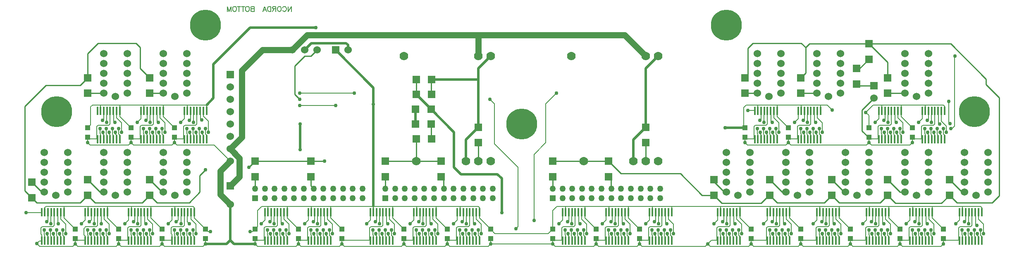
<source format=gbl>
G04*
G04  File:            NCORDA11.GBL, Tue Mar 30 20:23:34 2021*
G04  Source:          P-CAD 2002 PCB, Version 17.01.22, (C:\Users\David Forbes\Documents\Designs\Nixie\CorvairDash\NCORDA11.PCB)*
G04  Format:          Gerber Format (RS-274-D), ASCII*
G04*
G04  Format Options:  Absolute Positioning*
G04                   Leading-Zero Suppression*
G04                   Scale Factor 1:1*
G04                   NO Circular Interpolation*
G04                   Inch Units*
G04                   Numeric Format: 4.4 (XXXX.XXXX)*
G04                   G54 Used for Aperture Change*
G04                   Apertures Embedded*
G04*
G04  File Options:    Offset = (0.0mil,0.0mil)*
G04                   Drill Symbol Size = 80.0mil*
G04                   No Pad/Via Holes*
G04*
G04  File Contents:   Pads*
G04                   Vias*
G04                   No Designators*
G04                   No Types*
G04                   No Values*
G04                   No Drill Symbols*
G04                   Bottom*
G04*
%INNCORDA11.GBL*%
%ICAS*%
%MOIN*%
G04*
G04  Aperture MACROs for general use --- invoked via D-code assignment *
G04*
G04  General MACRO for flashed round with rotation and/or offset hole *
%AMROTOFFROUND*
1,1,$1,0.0000,0.0000*
1,0,$2,$3,$4*%
G04*
G04  General MACRO for flashed oval (obround) with rotation and/or offset hole *
%AMROTOFFOVAL*
21,1,$1,$2,0.0000,0.0000,$3*
1,1,$4,$5,$6*
1,1,$4,0-$5,0-$6*
1,0,$7,$8,$9*%
G04*
G04  General MACRO for flashed oval (obround) with rotation and no hole *
%AMROTOVALNOHOLE*
21,1,$1,$2,0.0000,0.0000,$3*
1,1,$4,$5,$6*
1,1,$4,0-$5,0-$6*%
G04*
G04  General MACRO for flashed rectangle with rotation and/or offset hole *
%AMROTOFFRECT*
21,1,$1,$2,0.0000,0.0000,$3*
1,0,$4,$5,$6*%
G04*
G04  General MACRO for flashed rectangle with rotation and no hole *
%AMROTRECTNOHOLE*
21,1,$1,$2,0.0000,0.0000,$3*%
G04*
G04  General MACRO for flashed rounded-rectangle *
%AMROUNDRECT*
21,1,$1,$2-$4,0.0000,0.0000,$3*
21,1,$1-$4,$2,0.0000,0.0000,$3*
1,1,$4,$5,$6*
1,1,$4,$7,$8*
1,1,$4,0-$5,0-$6*
1,1,$4,0-$7,0-$8*
1,0,$9,$10,$11*%
G04*
G04  General MACRO for flashed rounded-rectangle with rotation and no hole *
%AMROUNDRECTNOHOLE*
21,1,$1,$2-$4,0.0000,0.0000,$3*
21,1,$1-$4,$2,0.0000,0.0000,$3*
1,1,$4,$5,$6*
1,1,$4,$7,$8*
1,1,$4,0-$5,0-$6*
1,1,$4,0-$7,0-$8*%
G04*
G04  General MACRO for flashed regular polygon *
%AMREGPOLY*
5,1,$1,0.0000,0.0000,$2,$3+$4*
1,0,$5,$6,$7*%
G04*
G04  General MACRO for flashed regular polygon with no hole *
%AMREGPOLYNOHOLE*
5,1,$1,0.0000,0.0000,$2,$3+$4*%
G04*
G04  General MACRO for target *
%AMTARGET*
6,0,0,$1,$2,$3,4,$4,$5,$6*%
G04*
G04  General MACRO for mounting hole *
%AMMTHOLE*
1,1,$1,0,0*
1,0,$2,0,0*
$1=$1-$2*
$1=$1/2*
21,1,$2+$1,$3,0,0,$4*
21,1,$3,$2+$1,0,0,$4*%
G04*
G04*
G04  D10 : "Ellipse X10.0mil Y10.0mil H0.0mil 0.0deg (0.0mil,0.0mil) Draw"*
G04  Disc: OuterDia=0.0100*
%ADD10C, 0.0100*%
G04  D11 : "Ellipse X15.0mil Y15.0mil H0.0mil 0.0deg (0.0mil,0.0mil) Draw"*
G04  Disc: OuterDia=0.0150*
%ADD11C, 0.0150*%
G04  D12 : "Ellipse X20.0mil Y20.0mil H0.0mil 0.0deg (0.0mil,0.0mil) Draw"*
G04  Disc: OuterDia=0.0200*
%ADD12C, 0.0200*%
G04  D13 : "Ellipse X50.0mil Y50.0mil H0.0mil 0.0deg (0.0mil,0.0mil) Draw"*
G04  Disc: OuterDia=0.0500*
%ADD13C, 0.0500*%
G04  D14 : "Ellipse X6.0mil Y6.0mil H0.0mil 0.0deg (0.0mil,0.0mil) Draw"*
G04  Disc: OuterDia=0.0060*
%ADD14C, 0.0060*%
G04  D15 : "Ellipse X8.0mil Y8.0mil H0.0mil 0.0deg (0.0mil,0.0mil) Draw"*
G04  Disc: OuterDia=0.0080*
%ADD15C, 0.0080*%
G04  D16 : "Ellipse X250.0mil Y250.0mil H0.0mil 0.0deg (0.0mil,0.0mil) Flash"*
G04  Disc: OuterDia=0.2500*
%ADD16C, 0.2500*%
G04  D17 : "Ellipse X255.0mil Y255.0mil H0.0mil 0.0deg (0.0mil,0.0mil) Flash"*
G04  Disc: OuterDia=0.2550*
%ADD17C, 0.2550*%
G04  D18 : "Ellipse X50.0mil Y50.0mil H0.0mil 0.0deg (0.0mil,0.0mil) Flash"*
G04  Disc: OuterDia=0.0500*
%ADD18C, 0.0500*%
G04  D19 : "Ellipse X55.0mil Y55.0mil H0.0mil 0.0deg (0.0mil,0.0mil) Flash"*
G04  Disc: OuterDia=0.0550*
%ADD19C, 0.0550*%
G04  D20 : "Ellipse X60.0mil Y60.0mil H0.0mil 0.0deg (0.0mil,0.0mil) Flash"*
G04  Disc: OuterDia=0.0600*
%ADD20C, 0.0600*%
G04  D21 : "Ellipse X65.0mil Y65.0mil H0.0mil 0.0deg (0.0mil,0.0mil) Flash"*
G04  Disc: OuterDia=0.0650*
%ADD21C, 0.0650*%
G04  D22 : "Ellipse X70.0mil Y70.0mil H0.0mil 0.0deg (0.0mil,0.0mil) Flash"*
G04  Disc: OuterDia=0.0700*
%ADD22C, 0.0700*%
G04  D23 : "Ellipse X75.0mil Y75.0mil H0.0mil 0.0deg (0.0mil,0.0mil) Flash"*
G04  Disc: OuterDia=0.0750*
%ADD23C, 0.0750*%
G04  D24 : "Rectangle X0.1mil Y0.1mil H0.0mil 0.0deg (0.0mil,0.0mil) Flash"*
G04  Square: Side=0.0001, Rotation=0.0, OffsetX=0.0000, OffsetY=0.0000, HoleDia=0.0000*
%ADD24R, 0.0001 X0.0001*%
G04  D25 : "Rectangle X40.0mil Y40.0mil H0.0mil 0.0deg (0.0mil,0.0mil) Flash"*
G04  Square: Side=0.0400, Rotation=0.0, OffsetX=0.0000, OffsetY=0.0000, HoleDia=0.0000*
%ADD25R, 0.0400 X0.0400*%
G04  D26 : "Rectangle X45.0mil Y45.0mil H0.0mil 0.0deg (0.0mil,0.0mil) Flash"*
G04  Square: Side=0.0450, Rotation=0.0, OffsetX=0.0000, OffsetY=0.0000, HoleDia=0.0000*
%ADD26R, 0.0450 X0.0450*%
G04  D27 : "Rectangle X5.1mil Y5.1mil H0.0mil 0.0deg (0.0mil,0.0mil) Flash"*
G04  Square: Side=0.0051, Rotation=0.0, OffsetX=0.0000, OffsetY=0.0000, HoleDia=0.0000*
%ADD27R, 0.0051 X0.0051*%
G04  D28 : "Rectangle X50.0mil Y50.0mil H0.0mil 0.0deg (0.0mil,0.0mil) Flash"*
G04  Square: Side=0.0500, Rotation=0.0, OffsetX=0.0000, OffsetY=0.0000, HoleDia=0.0000*
%ADD28R, 0.0500 X0.0500*%
G04  D29 : "Rectangle X55.0mil Y55.0mil H0.0mil 0.0deg (0.0mil,0.0mil) Flash"*
G04  Square: Side=0.0550, Rotation=0.0, OffsetX=0.0000, OffsetY=0.0000, HoleDia=0.0000*
%ADD29R, 0.0550 X0.0550*%
G04  D30 : "Rectangle X60.0mil Y60.0mil H0.0mil 0.0deg (0.0mil,0.0mil) Flash"*
G04  Square: Side=0.0600, Rotation=0.0, OffsetX=0.0000, OffsetY=0.0000, HoleDia=0.0000*
%ADD30R, 0.0600 X0.0600*%
G04  D31 : "Rectangle X64.0mil Y64.0mil H0.0mil 0.0deg (0.0mil,0.0mil) Flash"*
G04  Square: Side=0.0640, Rotation=0.0, OffsetX=0.0000, OffsetY=0.0000, HoleDia=0.0000*
%ADD31R, 0.0640 X0.0640*%
G04  D32 : "Rectangle X65.0mil Y65.0mil H0.0mil 0.0deg (0.0mil,0.0mil) Flash"*
G04  Square: Side=0.0650, Rotation=0.0, OffsetX=0.0000, OffsetY=0.0000, HoleDia=0.0000*
%ADD32R, 0.0650 X0.0650*%
G04  D33 : "Rectangle X14.0mil Y66.0mil H0.0mil 0.0deg (0.0mil,0.0mil) Flash"*
G04  Rectangular: DimX=0.0140, DimY=0.0660, Rotation=0.0, OffsetX=0.0000, OffsetY=0.0000, HoleDia=0.0000 *
%ADD33R, 0.0140 X0.0660*%
G04  D34 : "Rectangle X69.0mil Y69.0mil H0.0mil 0.0deg (0.0mil,0.0mil) Flash"*
G04  Square: Side=0.0690, Rotation=0.0, OffsetX=0.0000, OffsetY=0.0000, HoleDia=0.0000*
%ADD34R, 0.0690 X0.0690*%
G04  D35 : "Rectangle X19.0mil Y71.0mil H0.0mil 0.0deg (0.0mil,0.0mil) Flash"*
G04  Rectangular: DimX=0.0190, DimY=0.0710, Rotation=0.0, OffsetX=0.0000, OffsetY=0.0000, HoleDia=0.0000 *
%ADD35R, 0.0190 X0.0710*%
G04  D36 : "Rectangle X80.0mil Y26.0mil H0.0mil 0.0deg (0.0mil,0.0mil) Flash"*
G04  Rectangular: DimX=0.0800, DimY=0.0260, Rotation=0.0, OffsetX=0.0000, OffsetY=0.0000, HoleDia=0.0000 *
%ADD36R, 0.0800 X0.0260*%
G04  D37 : "Rectangle X85.0mil Y31.0mil H0.0mil 0.0deg (0.0mil,0.0mil) Flash"*
G04  Rectangular: DimX=0.0850, DimY=0.0310, Rotation=0.0, OffsetX=0.0000, OffsetY=0.0000, HoleDia=0.0000 *
%ADD37R, 0.0850 X0.0310*%
G04  D38 : "Ellipse X30.0mil Y30.0mil H0.0mil 0.0deg (0.0mil,0.0mil) Flash"*
G04  Disc: OuterDia=0.0300*
%ADD38C, 0.0300*%
G04  D39 : "Ellipse X35.0mil Y35.0mil H0.0mil 0.0deg (0.0mil,0.0mil) Flash"*
G04  Disc: OuterDia=0.0350*
%ADD39C, 0.0350*%
G04*
%FSLAX44Y44*%
%SFA1B1*%
%OFA0.0000B0.0000*%
G04*
G70*
G90*
G01*
D2*
%LNBottom*%
G54D10*
X13950Y46600*
X14500Y46050D1*
X14900Y45650*
D2*
G54D15*
X15548Y44884*
X15550Y44886D1*
X17084Y44884D2*
X17100Y44900D1*
Y44400D2*
Y44900D1*
X17084Y42580D2*
X17100Y42600D1*
Y42900D2*
Y42600D1*
X17000Y43000D2*
X17100Y42900D1*
X17000Y43450D2*
Y43000D1*
X16828Y42580D2*
X16850Y42600D1*
Y42900D2*
Y42600D1*
X16750Y43150D2*
Y43000D1*
X16850Y42900*
X16572Y42580D2*
X16550Y42600D1*
X16500Y43000D2*
X16550Y42950D1*
Y42600*
X16500Y43450D2*
Y43000D1*
X16316Y42580D2*
X16300Y42600D1*
Y42950D2*
Y42600D1*
X16250Y43150D2*
Y43000D1*
X16300Y42950*
X16060Y42580D2*
X16050Y42600D1*
X16000Y43000D2*
X16050Y42950D1*
Y42600*
X16000Y43450D2*
Y43000D1*
X15804Y42580D2*
X15800Y42600D1*
Y42950D2*
Y42600D1*
X15750Y43150D2*
Y43000D1*
X15800Y42950*
X15548Y42580D2*
X15550Y42600D1*
X15500Y43050D2*
X15550Y43000D1*
Y42600*
X15500Y43450D2*
Y43050D1*
X16316Y44884D2*
X16300Y44868D1*
Y43800*
X16200Y43700*
X15350*
X15250Y43600*
Y43100*
X15300Y43050*
Y42600*
X15292Y42580D2*
X15300Y42600D1*
X15292Y42580D2*
X15262Y42550D1*
X15100*
X16600Y44000D2*
X16650Y43950D1*
X16600Y44856D2*
Y44000D1*
X16572Y44884D2*
X16600Y44856D1*
X15700Y44100D2*
X15800Y44200D1*
Y44850*
X16060Y44884D2*
X16050Y44874D1*
Y43950*
X16828Y44884D2*
X16850Y44850D1*
Y44300D2*
Y44850D1*
X17250Y43900D2*
X16850Y44300D1*
X17250Y43150D2*
Y43900D1*
X15292Y44884D2*
X15258Y44850D1*
X15150Y42100D2*
X17800D1*
X15550Y45250D2*
X15650Y45350D1*
X17100*
D2*
G54D10*
X15300Y46500*
X15500D1*
D2*
G54D15*
X20584Y44884*
X20600Y44900D1*
Y44400D2*
Y44900D1*
X20328Y44884D2*
X20350Y44850D1*
Y44300D2*
Y44850D1*
X20750Y43900D2*
X20350Y44300D1*
X20750Y43150D2*
Y43900D1*
X20584Y42580D2*
X20600Y42600D1*
Y42900D2*
Y42600D1*
X20500Y43000D2*
X20600Y42900D1*
X20500Y43450D2*
Y43000D1*
X20328Y42580D2*
X20350Y42600D1*
Y42900D2*
Y42600D1*
X20250Y43150D2*
Y43000D1*
X20350Y42900*
X20072Y42580D2*
X20050Y42600D1*
Y42950D2*
Y42600D1*
X20000Y43000D2*
X20050Y42950D1*
X20000Y43450D2*
Y43000D1*
X19816Y42580D2*
X19800Y42600D1*
Y42950D2*
Y42600D1*
X19750Y43150D2*
Y43000D1*
X19800Y42950*
X19560Y42580D2*
X19550Y42600D1*
Y42950D2*
Y42600D1*
X19500Y43000D2*
X19550Y42950D1*
X19500Y43450D2*
Y43000D1*
X19304Y42580D2*
X19300Y42600D1*
Y42950D2*
Y42600D1*
X19250Y43150D2*
Y43000D1*
X19300Y42950*
X19048Y42580D2*
X19050Y42600D1*
X19000Y43050D2*
X19050Y43000D1*
Y42600*
X19000Y43450D2*
Y43050D1*
X19816Y44884D2*
X19800Y44868D1*
Y43800*
X19700Y43700*
X18850*
X18700Y43550*
Y43050*
X18800Y42950*
Y42600*
X18150*
X18792Y44884D2*
X18800Y44900D1*
Y44250*
X18500Y43950*
X19304Y44884D2*
X19300Y44880D1*
Y44250*
X19150Y44100*
X19560Y44884D2*
X19550Y44874D1*
Y43950*
X20072Y44884D2*
X20100Y44856D1*
Y43950*
X19050Y45350D2*
X20600D1*
D2*
G54D10*
X19000Y47500*
X20000Y46500D1*
X20300*
X19000Y46250D2*
X18400Y45650D1*
X19000Y46250D2*
X19600Y45650D1*
D2*
G54D15*
X20816Y50780*
X20800Y50800D1*
X20560Y50780D2*
X20550Y50800D1*
X20304Y50780D2*
X20300Y50800D1*
X20048Y50780D2*
X20050Y50800D1*
X19772D2*
X19750D1*
X19792Y50780D2*
X19772Y50800D1*
X19792Y50780D2*
X19750Y50800D1*
X19150*
X19000Y50950D2*
X19150Y50800D1*
X19000Y50950D2*
Y50500D1*
X19200Y50300*
X20048Y53084D2*
X20050Y53086D1*
Y53550*
X20750Y51200D2*
X20800Y51150D1*
X20750Y51350D2*
Y51200D1*
X20500D2*
X20550Y51150D1*
X20500Y51650D2*
Y51200D1*
X20250D2*
X20300Y51150D1*
X20250Y51350D2*
Y51200D1*
X20000Y51250D2*
X20050Y51200D1*
X20000Y51650D2*
Y51250D1*
X20816Y53084D2*
X20800Y53068D1*
Y52000*
X20700Y51900*
X19850*
X19750Y51800*
X20304Y53084D2*
X20300Y53100D1*
Y52400D2*
Y53100D1*
X20200Y52300D2*
X20300Y52400D1*
X20560Y53084D2*
X20550Y53074D1*
Y52150*
X19000Y51700D2*
X19250Y51950D1*
Y53400*
X19400Y53550*
X20050*
D2*
G54D10*
X19000Y54500*
X20300D1*
X19000Y55750D2*
X18400Y55150D1*
X19850Y58550D2*
X19000Y57700D1*
D2*
G54D15*
X22548Y44884*
X22550Y44886D1*
X23828Y44884D2*
X23850Y44850D1*
Y44300D2*
Y44850D1*
X23828Y42580D2*
X23850Y42600D1*
Y42900D2*
Y42600D1*
X23750Y43150D2*
Y43000D1*
X23850Y42900*
X23572Y42580D2*
X23550Y42600D1*
X23500Y43000D2*
X23550Y42950D1*
Y42600*
X23500Y43450D2*
Y43000D1*
X23316Y42580D2*
X23300Y42600D1*
Y42950D2*
Y42600D1*
X23250Y43150D2*
Y43000D1*
X23300Y42950*
X23060Y42580D2*
X23050Y42600D1*
X23000Y43000D2*
X23050Y42950D1*
Y42600*
X23000Y43450D2*
Y43000D1*
X22804Y42580D2*
X22800Y42600D1*
Y42950D2*
Y42600D1*
X22750Y43150D2*
Y43000D1*
X22800Y42950*
X22548Y42580D2*
X22550Y42600D1*
X22500Y43050D2*
X22550Y43000D1*
Y42600*
X22500Y43450D2*
Y43050D1*
X23316Y44884D2*
X23300Y44868D1*
Y43800*
X23200Y43700*
X21500Y42750D2*
Y42300D1*
X23200Y43700D2*
X22350D1*
X21500Y42750D2*
X21650Y42600D1*
X22350Y43700D2*
X22250Y43600D1*
Y42600D2*
X21650D1*
X22272D2*
X22250D1*
X22292Y42580D2*
X22272Y42600D1*
X22292Y42580D2*
X22250Y42600D1*
Y43600D2*
Y42600D1*
X22804Y44884D2*
X22800Y44900D1*
X22700Y44100D2*
X22800Y44200D1*
Y44900*
X23060Y44884D2*
X23050Y44874D1*
Y43950*
X22300Y44250D2*
X22000Y43950D1*
X22300Y44892D2*
Y44250D1*
X22292Y44884D2*
X22300Y44892D1*
X23600Y44050D2*
X23700Y43950D1*
X23600Y44856D2*
Y44050D1*
X23572Y44884D2*
X23600Y44856D1*
X21300Y42100D2*
X21500Y42300D1*
X21700Y42100*
X21328Y50780D2*
X21350Y50800D1*
X21072Y50780D2*
X21050Y50800D1*
X23804Y50780D2*
X23800Y50800D1*
X23548Y50780D2*
X23550Y50800D1*
X21584Y50780D2*
X21600Y50800D1*
X22500Y50950D2*
Y50500D1*
Y50950D2*
X22650Y50800D1*
X23250D2*
X22650D1*
X23272D2*
X23250D1*
X23292Y50780D2*
X23272Y50800D1*
X23292Y50780D2*
X23250Y50800D1*
X22300Y50300D2*
X22500Y50500D1*
X22700Y50300*
X22500Y51700D2*
X21600Y52600D1*
X21584Y53084D2*
X21600Y53100D1*
Y52600D2*
Y53100D1*
Y53550*
X23548Y53084D2*
X23550Y53086D1*
X21600Y53550D2*
X23550D1*
Y53086D2*
Y53550D1*
X21250Y51200D2*
X21350Y51100D1*
X21250Y51350D2*
Y51200D1*
X21328Y53084D2*
X21350Y53050D1*
Y52500D2*
Y53050D1*
X21750Y52100D2*
X21350Y52500D1*
X21750Y51350D2*
Y52100D1*
X23750Y51200D2*
X23800Y51150D1*
X23750Y51350D2*
Y51200D1*
X23500Y51250D2*
X23550Y51200D1*
X23500Y51650D2*
Y51250D1*
X21500Y51200D2*
X21600Y51100D1*
X21500Y51650D2*
Y51200D1*
X23350Y51900D2*
X23250Y51800D1*
X23700Y52300D2*
X23800Y52400D1*
X23804Y53084D2*
X23800Y53100D1*
Y52400D2*
Y53100D1*
X21072Y53084D2*
X21100Y53056D1*
Y52250*
X21200Y52150*
X23300Y52450D2*
X23000Y52150D1*
X23292Y53084D2*
X23300Y53092D1*
Y52450*
D2*
G54D10*
X23250Y58200*
X22900Y58550D1*
D2*
G54D15*
X26048Y44884*
X26050Y44886D1*
X25000Y43500D2*
X24100Y44400D1*
X24084Y44884D2*
X24100Y44900D1*
Y44400D2*
Y44900D1*
X24250Y43150D2*
Y43900D1*
X24084Y42580D2*
X24100Y42600D1*
Y42900D2*
Y42600D1*
X26816Y42580D2*
X26800Y42600D1*
Y42950D2*
Y42600D1*
X26750Y43150D2*
Y43000D1*
X26800Y42950*
X26560Y42580D2*
X26550Y42600D1*
X26500Y43000D2*
X26550Y42950D1*
Y42600*
X26500Y43450D2*
Y43000D1*
X26304Y42580D2*
X26300Y42600D1*
Y42950D2*
Y42600D1*
X26250Y43150D2*
Y43000D1*
X26300Y42950*
X26048Y42580D2*
X26050Y42600D1*
X26000Y43050D2*
X26050Y43000D1*
Y42600*
X26000Y43450D2*
Y43050D1*
X26816Y44884D2*
X26800Y44868D1*
Y43800*
X26700Y43700*
X25850*
X25750Y43600*
Y43150D2*
X25800Y43100D1*
X25750Y43600D2*
Y43150D1*
X25792Y42580D2*
X25772Y42600D1*
X25792Y42580D2*
X25800Y42600D1*
Y43100D2*
Y42600D1*
X25772D2*
X25150D1*
X25000Y42750*
Y42300*
X26304Y44884D2*
X26300Y44880D1*
Y44250*
X26150Y44100*
X26560Y44884D2*
X26550Y44850D1*
Y43950D2*
Y44850D1*
X25792Y44884D2*
X25800Y44900D1*
Y44250D2*
Y44900D1*
X25500Y43950D2*
X25800Y44250D1*
X24800Y42100D2*
X25000Y42300D1*
X25200Y42100*
X24100Y45350D2*
X26050D1*
D2*
G54D10*
X25000Y46500*
X25100D1*
D2*
G54D15*
X25084Y50780*
X25100Y50800D1*
X24828Y50780D2*
X24850Y50800D1*
X24572Y50780D2*
X24550Y50800D1*
X24316Y50780D2*
X24300Y50800D1*
X24060Y50780D2*
X24050Y50800D1*
X26772D2*
X26750D1*
X26792Y50780D2*
X26772Y50800D1*
X26792Y50780D2*
X26750Y50800D1*
X26150*
X26000Y50950D2*
X26150Y50800D1*
X26000Y50950D2*
Y50500D1*
X25800Y50300D2*
X26000Y50500D1*
X26200Y50300*
X26000Y51700D2*
X25100Y52600D1*
X25084Y53084D2*
X25100Y53100D1*
Y52600D2*
Y53100D1*
Y53550*
X25000Y51200D2*
X25100Y51100D1*
X25000Y51650D2*
Y51200D1*
X24750D2*
X24850Y51100D1*
X24750Y51350D2*
Y51200D1*
X24500D2*
X24550Y51150D1*
X24500Y51650D2*
Y51200D1*
X24250D2*
X24300Y51150D1*
X24250Y51350D2*
Y51200D1*
X24828Y53084D2*
X24850Y53050D1*
Y52500D2*
Y53050D1*
X25250Y52100D2*
X24850Y52500D1*
X25250Y51350D2*
Y52100D1*
X26850Y51900D2*
X26750Y51800D1*
X24316Y53084D2*
X24300Y53068D1*
Y52000*
X24200Y51900*
X24050Y53074D2*
Y52150D1*
X24060Y53084D2*
X24050Y53074D1*
X26792Y53084D2*
X26800Y53092D1*
Y52450*
X26500Y52150*
X24600Y52250D2*
X24700Y52150D1*
X24572Y53084D2*
X24600Y53056D1*
Y52250*
X28500Y43500D2*
X28700Y43300D1*
X27600Y44400D2*
X28500Y43500D1*
X28700Y43300D2*
X28900D1*
X27600Y44868D2*
Y44400D1*
X27584Y44884D2*
X27600Y44868D1*
X27584Y44884D2*
X27600Y44900D1*
X27328Y44884D2*
X27350Y44850D1*
Y44300D2*
Y44850D1*
X27750Y43900D2*
X27350Y44300D1*
X27750Y43150D2*
Y43900D1*
X27584Y42580D2*
X27600Y42600D1*
Y42900D2*
Y42600D1*
X27500Y43000D2*
X27600Y42900D1*
X27500Y43450D2*
Y43000D1*
X27328Y42580D2*
X27350Y42600D1*
Y42900D2*
Y42600D1*
X27250Y43150D2*
Y43000D1*
X27350Y42900*
X27072Y42580D2*
X27050Y42600D1*
Y42950D2*
Y42600D1*
X28500Y42750D2*
Y42300D1*
X27050Y44100D2*
X27200Y43950D1*
X27050Y44862D2*
Y44100D1*
X27072Y44884D2*
X27050Y44862D1*
X28300Y42100D2*
X28500Y42300D1*
D2*
G54D10*
X28050Y46500*
Y47850D1*
X27200Y45650D2*
X28050Y46500D1*
D2*
G54D15*
X27600Y45250*
X27500Y45350D1*
X28584Y50780D2*
X28600Y50800D1*
X28328Y50780D2*
X28350Y50800D1*
X28072Y50780D2*
X28050Y50800D1*
X27816Y50780D2*
X27800Y50800D1*
X27560Y50780D2*
X27550Y50800D1*
X27304Y50780D2*
X27300Y50800D1*
X27048Y50780D2*
X27050Y50800D1*
X28584Y53084D2*
X28600Y53100D1*
Y53550*
X27048Y53084D2*
X27050Y53086D1*
Y53550D2*
X28600D1*
X27050Y53086D2*
Y53550D1*
X28500Y51200D2*
X28600Y51100D1*
X28500Y51650D2*
Y51200D1*
X28250D2*
X28350Y51100D1*
X28250Y51350D2*
Y51200D1*
X28000D2*
X28050Y51150D1*
X28000Y51650D2*
Y51200D1*
X27750D2*
X27800Y51150D1*
X27750Y51350D2*
Y51200D1*
X27500D2*
X27550Y51150D1*
X27500Y51650D2*
Y51200D1*
X27250D2*
X27300Y51150D1*
X27250Y51350D2*
Y51200D1*
X28328Y53084D2*
X28350Y53050D1*
X27816Y53084D2*
X27800Y53068D1*
Y52000*
X27700Y51900*
X27304Y53084D2*
X27300Y53100D1*
X27200Y52300D2*
X27300Y52400D1*
Y53100*
X27560Y53084D2*
X27550Y53074D1*
Y52150*
X28100Y52450D2*
X28200Y52350D1*
X28100Y53056D2*
Y52450D1*
X28072Y53084D2*
X28100Y53056D1*
X28750Y51350D2*
Y52250D1*
X28350Y52650D2*
Y53050D1*
X28750Y52250D2*
X28350Y52650D1*
D2*
G54D12*
X29150Y54100*
Y56850D1*
D2*
G54D15*
X32500Y43500*
X32700Y43700D1*
X32300Y43300D2*
X32500Y43500D1*
X32100Y43300D2*
X32300D1*
X32500Y42750D2*
X32650Y42600D1*
X32500Y42750D2*
Y42300D1*
D2*
G54D12*
X30800D1*
X30500Y42600*
X30200Y42300*
D2*
G54D15*
X32500*
X32700Y42100D1*
D2*
G54D10*
X32500Y46787*
Y47750D1*
X32000Y48500D2*
X32500Y49000D1*
D2*
G54D13*
X30500Y50000*
X31250Y49250D1*
D2*
G54D14*
X32423Y61519*
Y61115D1*
X32250*
X32192Y61134*
X32173Y61153*
X32154Y61192*
Y61250*
X32173Y61288*
X32192Y61307*
X32250Y61326*
X32192Y61346*
X32173Y61365*
X32154Y61403*
Y61442*
X32173Y61480*
X32192Y61499*
X32250Y61519*
X32423*
Y61326D2*
X32250D1*
X31923Y61519D2*
X31961Y61499D1*
X32000Y61461*
X32019Y61423*
X32038Y61365*
Y61269*
X32019Y61211*
X32000Y61173*
X31961Y61134*
X31923Y61115*
X31846*
X31808Y61134*
X31769Y61173*
X31750Y61211*
X31731Y61269*
Y61365*
X31750Y61423*
X31769Y61461*
X31808Y61499*
X31846Y61519*
X31923*
X31519D2*
Y61115D1*
X31654Y61519D2*
X31385D1*
X31212D2*
Y61115D1*
X31346Y61519D2*
X31077D1*
X30885D2*
X30923Y61499D1*
X30962Y61461*
X30981Y61423*
X31000Y61365*
Y61269*
X30981Y61211*
X30962Y61173*
X30923Y61134*
X30885Y61115*
X30808*
X30770Y61134*
X30731Y61173*
X30712Y61211*
X30693Y61269*
Y61365*
X30712Y61423*
X30731Y61461*
X30770Y61499*
X30808Y61519*
X30885*
X30251Y61115D2*
Y61519D1*
X30404Y61115*
X30558Y61519*
Y61115*
D2*
G54D15*
X33548Y44884*
X33550Y44886D1*
X35100Y44400D2*
Y44900D1*
X35084Y44884D2*
X35100Y44900D1*
X35250Y43150D2*
Y43900D1*
X34850Y44300*
X34828Y44884D2*
X34850Y44850D1*
Y44300D2*
Y44850D1*
X35000Y43450D2*
Y43000D1*
X35084Y42580D2*
X35100Y42600D1*
Y42900D2*
Y42600D1*
X35000Y43000D2*
X35100Y42900D1*
X34750Y43150D2*
Y43000D1*
X34828Y42580D2*
X34850Y42600D1*
Y42900D2*
Y42600D1*
X34750Y43000D2*
X34850Y42900D1*
X34500Y43450D2*
Y43000D1*
X34572Y42580D2*
X34550Y42600D1*
Y42950D2*
Y42600D1*
X34500Y43000D2*
X34550Y42950D1*
X34250Y43150D2*
Y43000D1*
X34316Y42580D2*
X34300Y42600D1*
Y42950D2*
Y42600D1*
X34250Y43000D2*
X34300Y42950D1*
X34000Y43450D2*
Y43000D1*
X34060Y42580D2*
X34050Y42600D1*
Y42950D2*
Y42600D1*
X34000Y43000D2*
X34050Y42950D1*
X33750Y43150D2*
Y43000D1*
X33804Y42580D2*
X33800Y42600D1*
Y42950D2*
Y42600D1*
X33750Y43000D2*
X33800Y42950D1*
X33500Y43050D2*
X33550Y43000D1*
X33500Y43450D2*
Y43050D1*
X33548Y42580D2*
X33550Y42600D1*
Y43000D2*
Y42600D1*
X34316Y44884D2*
X34300Y44868D1*
Y43800*
X34200Y43700*
X33350*
X33250Y43600*
Y42600*
X33292Y42580D2*
X33250Y42600D1*
X33292Y42580D2*
X33272Y42600D1*
X33250*
X33804Y44884D2*
X33800Y44900D1*
X33700Y44100D2*
X33800Y44200D1*
Y44900*
X34060Y44884D2*
X34050Y44874D1*
Y43950*
X34600Y44050D2*
X34700Y43950D1*
X34600Y44856D2*
Y44050D1*
X34572Y44884D2*
X34600Y44856D1*
X33292Y44884D2*
X33300Y44892D1*
Y44250*
X33550Y45350D2*
X35100D1*
X33050D2*
X33550D1*
D2*
G54D10*
X35700Y54400*
Y56700D1*
D2*
G54D14*
X35154Y61518*
Y61115D1*
X35423Y61518*
Y61115*
X34731Y61422D2*
X34750Y61461D1*
X34789Y61499*
X34827Y61518*
X34904*
X34942Y61499*
X34981Y61461*
X35000Y61422*
X35019Y61365*
Y61269*
X35000Y61211*
X34981Y61173*
X34942Y61134*
X34904Y61115*
X34827*
X34789Y61134*
X34750Y61173*
X34731Y61211*
X34500Y61518D2*
X34539Y61499D1*
X34577Y61461*
X34596Y61422*
X34616Y61365*
Y61269*
X34596Y61211*
X34577Y61173*
X34539Y61134*
X34500Y61115*
X34423*
X34385Y61134*
X34347Y61173*
X34327Y61211*
X34308Y61269*
Y61365*
X34327Y61422*
X34347Y61461*
X34385Y61499*
X34423Y61518*
X34500*
X34174Y61326D2*
X34001D1*
X33943Y61346*
X33924Y61365*
X33905Y61403*
Y61442*
X33924Y61480*
X33943Y61499*
X34001Y61518*
X34174*
Y61115*
X34039Y61326D2*
X33905Y61115D1*
X33770Y61518D2*
Y61115D1*
X33636*
X33578Y61134*
X33539Y61173*
X33520Y61211*
X33501Y61269*
Y61365*
X33520Y61422*
X33539Y61461*
X33578Y61499*
X33636Y61518*
X33770*
X33117Y61115D2*
X33270Y61518D1*
X33424Y61115*
X33367Y61249D2*
X33174D1*
D2*
G54D15*
X37048Y44884*
X37050Y44886D1*
X38600Y44400D2*
Y44900D1*
X38584Y44884D2*
X38600Y44900D1*
X38750Y43150D2*
Y43900D1*
X38350Y44300*
X38328Y44884D2*
X38350Y44850D1*
Y44300D2*
Y44850D1*
X38500Y43450D2*
Y43000D1*
X38584Y42580D2*
X38600Y42600D1*
Y42900D2*
Y42600D1*
X38500Y43000D2*
X38600Y42900D1*
X38250Y43150D2*
Y43000D1*
X38328Y42580D2*
X38350Y42600D1*
Y42900D2*
Y42600D1*
X38250Y43000D2*
X38350Y42900D1*
X38000Y43450D2*
Y43000D1*
X38072Y42580D2*
X38050Y42600D1*
Y42950D2*
Y42600D1*
X38000Y43000D2*
X38050Y42950D1*
X37750Y43150D2*
Y43000D1*
X37816Y42580D2*
X37800Y42600D1*
Y42950D2*
Y42600D1*
X37750Y43000D2*
X37800Y42950D1*
X37500Y43450D2*
Y43000D1*
X37560Y42580D2*
X37550Y42600D1*
Y42950D2*
Y42600D1*
X37500Y43000D2*
X37550Y42950D1*
X37250Y43150D2*
Y43000D1*
X37304Y42580D2*
X37300Y42600D1*
Y42950D2*
Y42600D1*
X37250Y43000D2*
X37300Y42950D1*
X37000Y43050D2*
X37050Y43000D1*
X37000Y43450D2*
Y43050D1*
X37048Y42580D2*
X37050Y42600D1*
Y43000D2*
Y42600D1*
X37816Y44884D2*
X37800Y44868D1*
Y43800*
X37700Y43700*
X36850*
X36750Y43600*
Y42600*
X36792Y42580D2*
X36750Y42600D1*
X36792Y42580D2*
X36772Y42600D1*
X36750*
X36150*
X38072Y44884D2*
X38100Y44856D1*
Y44050D2*
X38200Y43950D1*
X38100Y44856D2*
Y44050D1*
X37304Y44884D2*
X37300Y44900D1*
Y44200D2*
Y44900D1*
X37200Y44100D2*
X37300Y44200D1*
X37560Y44884D2*
X37550Y44874D1*
Y43950*
X36792Y44884D2*
X36800Y44892D1*
Y44250*
X36500Y43950*
X37050Y45350D2*
X38600D1*
D2*
G54D10*
X37000Y47011*
Y47750D1*
X37224Y46787D2*
X37000Y47011D1*
Y49000D2*
X38100D1*
D2*
G54D12*
X36500Y58000*
X37050Y58550D1*
D2*
G54D10*
X36500Y57500*
X37000D1*
X37500Y58000*
D2*
G54D15*
X41850Y43700*
X41750Y43600D1*
Y42600*
X41792Y42580D2*
X41750Y42600D1*
X41792Y42580D2*
X41772Y42600D1*
X41750*
X39650*
X39500Y42750D2*
X39650Y42600D1*
X39500Y42750D2*
Y42300D1*
X41800Y44250D2*
X41500Y43950D1*
X41800Y44892D2*
Y44250D1*
X41792Y44884D2*
X41800Y44892D1*
X39500Y42300D2*
X39700Y42100D1*
X39300D2*
X39500Y42300D1*
D2*
G54D12*
X40000Y58400*
Y58000D1*
X39850Y58550D2*
X40000Y58400D1*
D2*
G54D15*
X44500Y43500*
X43600Y44400D1*
X42048Y44884D2*
X42050Y44886D1*
X43600Y44400D2*
Y44900D1*
X43584Y44884D2*
X43600Y44900D1*
X43750Y43150D2*
Y43900D1*
X43350Y44300*
Y44850*
X43500Y43450D2*
Y43000D1*
X43584Y42580D2*
X43600Y42600D1*
Y42900D2*
Y42600D1*
X43500Y43000D2*
X43600Y42900D1*
X43250Y43150D2*
Y43000D1*
X43328Y42580D2*
X43350Y42600D1*
Y42900D2*
Y42600D1*
X43250Y43000D2*
X43350Y42900D1*
X43000Y43450D2*
Y43000D1*
X43072Y42580D2*
X43050Y42600D1*
Y42950D2*
Y42600D1*
X43000Y43000D2*
X43050Y42950D1*
X42750Y43150D2*
Y43000D1*
X42816Y42580D2*
X42800Y42600D1*
Y42950D2*
Y42600D1*
X42750Y43000D2*
X42800Y42950D1*
X42500Y43450D2*
Y43000D1*
X42560Y42580D2*
X42550Y42600D1*
Y42950D2*
Y42600D1*
X42500Y43000D2*
X42550Y42950D1*
X42250Y43150D2*
Y43000D1*
X42304Y42580D2*
X42300Y42600D1*
Y42950D2*
Y42600D1*
X42250Y43000D2*
X42300Y42950D1*
X42048Y42580D2*
X42050Y42600D1*
Y43000D2*
Y42600D1*
X42816Y44884D2*
X42800Y44868D1*
Y43800*
X42700Y43700*
X44500Y42750D2*
X44650Y42600D1*
X44500Y42750D2*
Y42300D1*
X42304Y44884D2*
X42300Y44900D1*
X42200Y44100D2*
X42300Y44200D1*
Y44900*
X42560Y44884D2*
X42550Y44874D1*
Y43950*
X43100Y44050D2*
X43200Y43950D1*
X43100Y44856D2*
Y44050D1*
X43072Y44884D2*
X43100Y44856D1*
X44500Y42300D2*
X44700Y42100D1*
X44300D2*
X44500Y42300D1*
X42050Y45350D2*
X43600D1*
D2*
G54D10*
X43000Y46787*
Y47750D1*
D2*
G54D15*
X45548Y44884*
X45550Y44886D1*
X47100Y44400D2*
Y44900D1*
X47084Y44884D2*
X47100Y44900D1*
X47250Y43150D2*
Y43900D1*
X46850Y44300*
X46828Y44884D2*
X46850Y44850D1*
Y44300D2*
Y44850D1*
X47000Y43450D2*
Y43000D1*
X47084Y42580D2*
X47100Y42600D1*
Y42900D2*
Y42600D1*
X47000Y43000D2*
X47100Y42900D1*
X46750Y43150D2*
Y43000D1*
X46828Y42580D2*
X46850Y42600D1*
Y42900D2*
Y42600D1*
X46750Y43000D2*
X46850Y42900D1*
X46500Y43450D2*
Y43000D1*
X46572Y42580D2*
X46550Y42600D1*
Y42950D2*
Y42600D1*
X46500Y43000D2*
X46550Y42950D1*
X46250Y43150D2*
Y43000D1*
X46316Y42580D2*
X46300Y42600D1*
Y42950D2*
Y42600D1*
X46250Y43000D2*
X46300Y42950D1*
X46316Y44884D2*
X46300Y44868D1*
Y43800*
X46200Y43700*
X45350*
X45250Y43600*
Y42600*
X45292Y42580D2*
X45250Y42600D1*
X45292Y42580D2*
X45272Y42600D1*
X45250*
X46000Y43450D2*
Y43000D1*
X46060Y42580D2*
X46050Y42600D1*
Y42950D2*
Y42600D1*
X46000Y43000D2*
X46050Y42950D1*
X45750Y43150D2*
Y43000D1*
X45804Y42580D2*
X45800Y42600D1*
Y42950D2*
Y42600D1*
X45750Y43000D2*
X45800Y42950D1*
X45500Y43050D2*
X45550Y43000D1*
X45500Y43450D2*
Y43050D1*
X45548Y42580D2*
X45550Y42600D1*
Y43000D2*
Y42600D1*
X46600Y44050D2*
X46700Y43950D1*
X46600Y44856D2*
Y44050D1*
X46572Y44884D2*
X46600Y44856D1*
X45804Y44884D2*
X45800Y44900D1*
Y44200D2*
Y44900D1*
X45700Y44100D2*
X45800Y44200D1*
X46060Y44884D2*
X46050Y44874D1*
Y43950*
X45292Y44884D2*
X45300Y44892D1*
Y44250*
X45550Y45350D2*
X47100D1*
D2*
G54D10*
X47500Y47750*
X47700Y47550D1*
Y46800*
X47724Y46787D2*
X47700Y46800D1*
X46750Y50800D2*
X46700Y50850D1*
X45500Y50800D2*
Y49000D1*
X47500*
D2*
G54D12*
X45450Y53200*
Y52000D1*
D2*
G54D10*
X45500Y54400*
Y55600D1*
X46700Y54450D2*
Y55600D1*
X46750Y54400D2*
X46700Y54450D1*
D2*
G54D15*
X49048Y44884*
X49050Y44886D1*
X50600Y44400D2*
Y44900D1*
X50584Y44884D2*
X50600Y44900D1*
X49816Y44884D2*
X49800Y44868D1*
Y43800*
X49700Y43700*
X48850*
X48750Y43600*
Y42600*
X48792Y42580D2*
X48750Y42600D1*
X48792Y42580D2*
X48772Y42600D1*
X48750*
X48150*
X50750Y43150D2*
Y43900D1*
X50350Y44300*
X50328Y44884D2*
X50350Y44850D1*
Y44300D2*
Y44850D1*
X50500Y43450D2*
Y43000D1*
X50584Y42580D2*
X50600Y42600D1*
Y42900D2*
Y42600D1*
X50500Y43000D2*
X50600Y42900D1*
X50250Y43150D2*
Y43000D1*
X50328Y42580D2*
X50350Y42600D1*
Y42900D2*
Y42600D1*
X50250Y43000D2*
X50350Y42900D1*
X50000Y43450D2*
Y43000D1*
X50072Y42580D2*
X50050Y42600D1*
Y42950D2*
Y42600D1*
X50000Y43000D2*
X50050Y42950D1*
X49750Y43150D2*
Y43000D1*
X49816Y42580D2*
X49800Y42600D1*
Y42950D2*
Y42600D1*
X49750Y43000D2*
X49800Y42950D1*
X49500Y43450D2*
Y43000D1*
X49560Y42580D2*
X49550Y42600D1*
Y42950D2*
Y42600D1*
X49500Y43000D2*
X49550Y42950D1*
X49250Y43150D2*
Y43000D1*
X49304Y42580D2*
X49300Y42600D1*
Y42950D2*
Y42600D1*
X49250Y43000D2*
X49300Y42950D1*
X49000Y43050D2*
X49050Y43000D1*
X49000Y43450D2*
Y43050D1*
X49048Y42580D2*
X49050Y42600D1*
Y43000D2*
Y42600D1*
X50100Y44050D2*
X50200Y43950D1*
X50100Y44856D2*
Y44050D1*
X50072Y44884D2*
X50100Y44856D1*
X48792Y44884D2*
X48800Y44892D1*
Y44250*
X48500Y43950*
X49304Y44884D2*
X49300Y44900D1*
Y44200D2*
Y44900D1*
X49200Y44100D2*
X49300Y44200D1*
X49560Y44884D2*
X49550Y44874D1*
Y43950*
X49050Y45350D2*
X50500D1*
X50600Y45250D2*
X50500Y45350D1*
D2*
G54D10*
Y50500*
Y49000D1*
D2*
G54D12*
X49500Y50750*
Y49000D1*
X50500Y56500D2*
Y55600D1*
D2*
G54D13*
Y59200*
Y57500D1*
D2*
G54D15*
X53550Y43550*
X53700Y43700D1*
X51500Y42750D2*
Y42300D1*
Y43500D2*
X51850Y43150D1*
X51300Y42100D2*
X51500Y42300D1*
X51800Y50400D2*
X53700Y48500D1*
X56500Y42750D2*
Y42300D1*
Y42750D2*
X56650Y42600D1*
X56150Y43150D2*
X56500Y43500D1*
Y42300D2*
X56700Y42100D1*
D2*
G54D10*
X56500Y46787*
Y47750D1*
D2*
G54D15*
X55950Y50500*
X55000Y49550D1*
X57350Y43700D2*
X57250Y43600D1*
Y42600*
X57292Y42580D2*
X57250Y42600D1*
X57292Y42580D2*
X57272Y42600D1*
X57250*
X57292Y44884D2*
X57300Y44892D1*
Y44250*
X57548Y44884D2*
X57550Y44886D1*
X59100Y44400D2*
Y44900D1*
X59084Y44884D2*
X59100Y44900D1*
X58316Y44884D2*
X58300Y44868D1*
Y43800*
X58200Y43700*
X59250Y43150D2*
Y43900D1*
X58850Y44300*
X58828Y44884D2*
X58850Y44850D1*
Y44300D2*
Y44850D1*
X59000Y43450D2*
Y43000D1*
X59084Y42580D2*
X59100Y42600D1*
Y42900D2*
Y42600D1*
X59000Y43000D2*
X59100Y42900D1*
X58750Y43150D2*
Y43000D1*
X58828Y42580D2*
X58850Y42600D1*
Y42900D2*
Y42600D1*
X58750Y43000D2*
X58850Y42900D1*
X58500Y43450D2*
Y43000D1*
X58572Y42580D2*
X58550Y42600D1*
Y42950D2*
Y42600D1*
X58500Y43000D2*
X58550Y42950D1*
X58250Y43150D2*
Y43000D1*
X58316Y42580D2*
X58300Y42600D1*
Y42950D2*
Y42600D1*
X58250Y43000D2*
X58300Y42950D1*
X58000Y43450D2*
Y43000D1*
X58060Y42580D2*
X58050Y42600D1*
Y42950D2*
Y42600D1*
X58000Y43000D2*
X58050Y42950D1*
X57750Y43150D2*
Y43000D1*
X57804Y42580D2*
X57800Y42600D1*
Y42950D2*
Y42600D1*
X57750Y43000D2*
X57800Y42950D1*
X57548Y42580D2*
X57550Y42600D1*
Y43000D2*
Y42600D1*
X58572Y44884D2*
X58600Y44856D1*
Y44050D2*
X58700Y43950D1*
X58600Y44856D2*
Y44050D1*
X57700Y44100D2*
X57800Y44200D1*
X57804Y44884D2*
X57800Y44900D1*
Y44200D2*
Y44900D1*
X58050Y44874D2*
Y43950D1*
X58060Y44884D2*
X58050Y44874D1*
X58200Y43700D2*
X57350D1*
X57500Y43050D2*
X57550Y43000D1*
X57500Y43450D2*
Y43050D1*
X57550Y45350D2*
X59100D1*
X62600Y44400D2*
Y44900D1*
X62584Y44884D2*
X62600Y44900D1*
X61048Y44884D2*
X61050Y44886D1*
X61816Y44884D2*
X61800Y44868D1*
Y43800*
X61700Y43700*
X60850*
X60750Y43600*
Y42600*
X60792Y42580D2*
X60750Y42600D1*
X60792Y42580D2*
X60772Y42600D1*
X60750*
X62750Y43150D2*
Y43900D1*
X62350Y44300*
X62328Y44884D2*
X62350Y44850D1*
Y44300D2*
Y44850D1*
X62500Y43450D2*
Y43000D1*
X62584Y42580D2*
X62600Y42600D1*
Y42900D2*
Y42600D1*
X62500Y43000D2*
X62600Y42900D1*
X62250Y43150D2*
Y43000D1*
X62328Y42580D2*
X62350Y42600D1*
Y42900D2*
Y42600D1*
X62250Y43000D2*
X62350Y42900D1*
X62000Y43450D2*
Y43000D1*
X62072Y42580D2*
X62050Y42600D1*
Y42950D2*
Y42600D1*
X62000Y43000D2*
X62050Y42950D1*
X60800Y44892D2*
Y44250D1*
X60792Y44884D2*
X60800Y44892D1*
X61750Y43150D2*
Y43000D1*
X61816Y42580D2*
X61800Y42600D1*
Y42950D2*
Y42600D1*
X61750Y43000D2*
X61800Y42950D1*
X61500Y43450D2*
Y43000D1*
X61560Y42580D2*
X61550Y42600D1*
Y42950D2*
Y42600D1*
X61500Y43000D2*
X61550Y42950D1*
X61250Y43150D2*
Y43000D1*
X61304Y42580D2*
X61300Y42600D1*
Y42950D2*
Y42600D1*
X61250Y43000D2*
X61300Y42950D1*
X61000Y43050D2*
X61050Y43000D1*
X61000Y43450D2*
Y43050D1*
X61048Y42580D2*
X61050Y42600D1*
Y43000D2*
Y42600D1*
X61304Y44884D2*
X61300Y44900D1*
X61200Y44100D2*
X61300Y44200D1*
Y44900*
X61560Y44884D2*
X61550Y44874D1*
Y43950*
X62100Y44050D2*
X62200Y43950D1*
X62100Y44856D2*
Y44050D1*
X62072Y44884D2*
X62100Y44856D1*
X60750Y42600D2*
X60150D1*
X60800Y44250D2*
X60500Y43950D1*
D2*
G54D10*
X61000Y47750*
X61200Y47550D1*
Y46800*
X61224Y46787D2*
X61200Y46800D1*
D2*
G54D15*
X61050Y45350*
X62600D1*
X64548Y44884D2*
X64550Y44886D1*
X65316Y44884D2*
X65300Y44868D1*
Y43800*
X65200Y43700*
X64350*
X64250Y43600*
Y42600*
X64292Y42580D2*
X64250Y42600D1*
X64292Y42580D2*
X64272Y42600D1*
X64250*
X63650*
X65828Y44884D2*
X65850Y44850D1*
Y44300D2*
Y44850D1*
X65750Y43150D2*
Y43000D1*
X65828Y42580D2*
X65850Y42600D1*
Y42900D2*
Y42600D1*
X65750Y43000D2*
X65850Y42900D1*
X65500Y43450D2*
Y43000D1*
X65572Y42580D2*
X65550Y42600D1*
Y42950D2*
Y42600D1*
X65500Y43000D2*
X65550Y42950D1*
X65250Y43150D2*
Y43000D1*
X65316Y42580D2*
X65300Y42600D1*
Y42950D2*
Y42600D1*
X65250Y43000D2*
X65300Y42950D1*
X65000Y43450D2*
Y43000D1*
X65060Y42580D2*
X65050Y42600D1*
Y42950D2*
Y42600D1*
X65000Y43000D2*
X65050Y42950D1*
X64750Y43150D2*
Y43000D1*
X64804Y42580D2*
X64800Y42600D1*
Y42950D2*
Y42600D1*
X64750Y43000D2*
X64800Y42950D1*
X64500Y43050D2*
X64550Y43000D1*
X64500Y43450D2*
Y43050D1*
X64548Y42580D2*
X64550Y42600D1*
Y43000D2*
Y42600D1*
X65600Y44050D2*
X65700Y43950D1*
X65600Y44856D2*
Y44050D1*
X65572Y44884D2*
X65600Y44856D1*
X64804Y44884D2*
X64800Y44900D1*
Y44200D2*
Y44900D1*
X64700Y44100D2*
X64800Y44200D1*
X65060Y44884D2*
X65050Y44874D1*
Y43950*
X64292Y44884D2*
X64300Y44892D1*
Y44250*
X64000Y43950*
X63500Y42750D2*
X63650Y42600D1*
X63500Y42750D2*
Y42300D1*
X63700Y42100*
X63300D2*
X63500Y42300D1*
D2*
G54D10*
X64000Y50500*
Y49000D1*
D2*
G54D15*
X66084Y44884*
X66100Y44900D1*
X66250Y43150D2*
Y43900D1*
X66084Y42580D2*
X66100Y42600D1*
Y42900D2*
Y42600D1*
X71600Y44400D2*
Y44900D1*
X71584Y44884D2*
X71600Y44900D1*
X70048Y44884D2*
X70050Y44886D1*
X70816Y44884D2*
X70800Y44868D1*
Y43800*
X70700Y43700*
X69850*
X69750Y43600*
Y42600*
X69792Y42580D2*
X69750Y42600D1*
X69792Y42580D2*
X69772Y42600D1*
X69750*
X69792Y44884D2*
X69800Y44892D1*
Y44250*
X69500Y43950*
X71100Y44050D2*
X71200Y43950D1*
X71100Y44856D2*
Y44050D1*
X71072Y44884D2*
X71100Y44856D1*
X70304Y44884D2*
X70300Y44900D1*
X70200Y44100D2*
X70300Y44200D1*
Y44900*
X70560Y44884D2*
X70550Y44874D1*
Y43950*
X71328Y44884D2*
X71350Y44850D1*
Y44300D2*
Y44850D1*
X71750Y43900D2*
X71350Y44300D1*
X71750Y43150D2*
Y43900D1*
X71584Y42580D2*
X71600Y42600D1*
Y42900D2*
Y42600D1*
X71500Y43000D2*
X71600Y42900D1*
X71500Y43450D2*
Y43000D1*
X71328Y42580D2*
X71350Y42600D1*
Y42900D2*
Y42600D1*
X71250Y43150D2*
Y43000D1*
X71350Y42900*
X71072Y42580D2*
X71050Y42600D1*
Y42950D2*
Y42600D1*
X71000Y43000D2*
X71050Y42950D1*
X71000Y43450D2*
Y43000D1*
X70816Y42580D2*
X70800Y42600D1*
Y42950D2*
Y42600D1*
X70750Y43150D2*
Y43000D1*
X70800Y42950*
X70560Y42580D2*
X70550Y42600D1*
Y42950D2*
Y42600D1*
X70500Y43000D2*
X70550Y42950D1*
X70500Y43450D2*
Y43000D1*
X70304Y42580D2*
X70300Y42600D1*
Y42950D2*
Y42600D1*
X70250Y43150D2*
Y43000D1*
X70300Y42950*
X70048Y42580D2*
X70050Y42600D1*
X70000Y43050D2*
X70050Y43000D1*
Y42600*
X70000Y43450D2*
Y43050D1*
X69750Y42600D2*
X69300D1*
X70050Y45350D2*
X71600D1*
D2*
G54D10*
X69500Y46250*
X70150Y45600D1*
X69500Y47350D2*
Y47500D1*
X70500Y46500D2*
X70350D1*
X69500Y47350*
D2*
G54D15*
X71900Y51800*
Y53350D1*
X74048Y44884D2*
X74050Y44886D1*
X74816Y44884D2*
X74800Y44868D1*
Y43800*
X74700Y43700*
X73850*
X73750Y43600*
Y42600*
X73792Y42580D2*
X73750Y42600D1*
X73792Y42580D2*
X73772Y42600D1*
X73750*
X72650*
X72500Y42750D2*
X72650Y42600D1*
X72500Y42750D2*
Y42300D1*
X73792Y44884D2*
X73800Y44892D1*
Y44250*
X73500Y43950*
X74304Y44884D2*
X74300Y44900D1*
X74200Y44100D2*
X74300Y44200D1*
Y44900*
X74560Y44884D2*
X74550Y44874D1*
Y43950*
X74750Y43150D2*
Y43000D1*
X74816Y42580D2*
X74800Y42600D1*
Y42950D2*
Y42600D1*
X74750Y43000D2*
X74800Y42950D1*
X74500Y43450D2*
Y43000D1*
X74560Y42580D2*
X74550Y42600D1*
Y42950D2*
Y42600D1*
X74500Y43000D2*
X74550Y42950D1*
X74250Y43150D2*
Y43000D1*
X74304Y42580D2*
X74300Y42600D1*
Y42950D2*
Y42600D1*
X74250Y43000D2*
X74300Y42950D1*
X74000Y43050D2*
X74050Y43000D1*
X74000Y43450D2*
Y43050D1*
X74048Y42580D2*
X74050Y42600D1*
Y43000D2*
Y42600D1*
X72300Y42100D2*
X72500Y42300D1*
X72700Y42100*
D2*
G54D10*
X73950Y46250*
X74000D1*
X74600Y45650*
X73300Y45600D2*
X73950Y46250D1*
D2*
G54D15*
X72792Y50780*
X72750Y50800D1*
X72792Y50780D2*
X72772Y50800D1*
X72750*
X72150*
X74584Y50780D2*
X74600Y50800D1*
X74328Y50780D2*
X74350Y50800D1*
X74072Y50780D2*
X74050Y50800D1*
X73816Y50780D2*
X73800Y50800D1*
X73560Y50780D2*
X73550Y50800D1*
X73304Y50780D2*
X73300Y50800D1*
X73048Y50780D2*
X73050Y50800D1*
X73048Y53084D2*
X73050Y53086D1*
X74600Y52600D2*
Y53100D1*
X74584Y53084D2*
X74600Y53100D1*
X73050Y53086D2*
Y53550D1*
X74600Y53100D2*
Y53550D1*
X74100Y52250D2*
X74200Y52150D1*
X74072Y53084D2*
X74100Y53056D1*
Y52250*
X74328Y53084D2*
X74350Y53050D1*
Y52500D2*
Y53050D1*
X74750Y52100D2*
X74350Y52500D1*
X74750Y51350D2*
Y52100D1*
X73816Y53084D2*
X73800Y53068D1*
Y52000*
X73700Y51900*
X72850*
X72750Y51800*
X72792Y53084D2*
X72776Y53100D1*
X74500Y51200D2*
X74600Y51100D1*
X74500Y51650D2*
Y51200D1*
X74250D2*
X74350Y51100D1*
X74250Y51350D2*
Y51200D1*
X74000D2*
X74050Y51150D1*
X74000Y51650D2*
Y51200D1*
X73750D2*
X73800Y51150D1*
X73750Y51350D2*
Y51200D1*
X73500D2*
X73550Y51150D1*
X73500Y51650D2*
Y51200D1*
X73250D2*
X73300Y51150D1*
X73250Y51350D2*
Y51200D1*
X73000Y51250D2*
X73050Y51200D1*
X73000Y51650D2*
Y51250D1*
X73304Y53084D2*
X73300Y53100D1*
X73200Y52300D2*
X73300Y52400D1*
Y53100*
X73560Y53084D2*
X73550Y53074D1*
Y52150*
X72776Y53100D2*
X72250D1*
X72100Y53550D2*
X73050D1*
X74600*
D2*
G54D10*
X72250Y58150*
X72650Y58550D1*
D2*
G54D15*
X76500Y43500*
X75600Y44400D1*
Y44900*
X75584Y44884D2*
X75600Y44900D1*
X77850Y43700D2*
X77750Y43600D1*
Y42600*
X77792Y42580D2*
X77750Y42600D1*
X77792Y42580D2*
X77772Y42600D1*
X77750*
X76650*
X76500Y42750D2*
X76650Y42600D1*
X76500Y42750D2*
Y42300D1*
X77792Y44884D2*
X77800Y44892D1*
Y44250*
X77500Y43950*
X75100Y44050D2*
X75200Y43950D1*
X75100Y44856D2*
Y44050D1*
X75072Y44884D2*
X75100Y44856D1*
X75750Y43150D2*
Y43900D1*
X75350Y44300*
X75328Y44884D2*
X75350Y44850D1*
Y44300D2*
Y44850D1*
X75500Y43450D2*
Y43000D1*
X75584Y42580D2*
X75600Y42600D1*
Y42900D2*
Y42600D1*
X75500Y43000D2*
X75600Y42900D1*
X75250Y43150D2*
Y43000D1*
X75328Y42580D2*
X75350Y42600D1*
Y42900D2*
Y42600D1*
X75250Y43000D2*
X75350Y42900D1*
X75072Y42580D2*
X75050Y42600D1*
Y42950D2*
Y42600D1*
X76300Y42100D2*
X76500Y42300D1*
X76700Y42100*
X76292Y50780D2*
X76250Y50800D1*
X76292Y50780D2*
X76272Y50800D1*
X76250*
X75650*
X75500Y50950D2*
X75650Y50800D1*
X75500Y50950D2*
Y50500D1*
X77828Y50780D2*
X77850Y50800D1*
X77572Y50780D2*
X77550Y50800D1*
X77316Y50780D2*
X77300Y50800D1*
X77060Y50780D2*
X77050Y50800D1*
X76804Y50780D2*
X76800Y50800D1*
X76548Y50780D2*
X76550Y50800D1*
X75300Y50300D2*
X75500Y50500D1*
X75700Y50300*
X76548Y53084D2*
X76550Y53086D1*
Y53550*
X76292Y53084D2*
X76300Y53092D1*
Y52450*
X76000Y52150*
X77600Y52250D2*
X77700Y52150D1*
X77572Y53084D2*
X77600Y53056D1*
Y52250*
X77316Y53084D2*
X77300Y53068D1*
Y52000*
X77200Y51900*
X76350*
X76250Y51800*
X77750Y51200D2*
X77850Y51100D1*
X77750Y51350D2*
Y51200D1*
X77500D2*
X77550Y51150D1*
X77500Y51650D2*
Y51200D1*
X77250D2*
X77300Y51150D1*
X77250Y51350D2*
Y51200D1*
X77000D2*
X77050Y51150D1*
X77000Y51650D2*
Y51200D1*
X76750D2*
X76800Y51150D1*
X76750Y51350D2*
Y51200D1*
X76500Y51250D2*
X76550Y51200D1*
X76500Y51650D2*
Y51250D1*
X77828Y53084D2*
X77850Y53050D1*
Y52500D2*
Y53050D1*
X76804Y53084D2*
X76800Y53100D1*
Y52400D2*
Y53100D1*
X76700Y52300D2*
X76800Y52400D1*
X77060Y53084D2*
X77050Y53074D1*
Y52150*
D2*
G54D10*
X76500Y55750*
X76900Y56150D1*
X76500Y54500D2*
X77800D1*
X76550Y58550D2*
X76900Y58200D1*
X77200Y58500*
D2*
G54D15*
X80500Y43500*
X79600Y44400D1*
Y44900*
X79584Y44884D2*
X79600Y44900D1*
X78048Y44884D2*
X78050Y44886D1*
X78816Y44884D2*
X78800Y44868D1*
Y43800*
X78700Y43700*
X80500Y42750D2*
X80650Y42600D1*
X80500Y42750D2*
Y42300D1*
X79072Y44884D2*
X79100Y44856D1*
Y44050D2*
X79200Y43950D1*
X79100Y44856D2*
Y44050D1*
X78304Y44884D2*
X78300Y44900D1*
X78200Y44100D2*
X78300Y44200D1*
Y44900*
X78560Y44884D2*
X78550Y44874D1*
Y43950*
X79750Y43150D2*
Y43900D1*
X79350Y44300*
X79328Y44884D2*
X79350Y44850D1*
Y44300D2*
Y44850D1*
X79500Y43450D2*
Y43000D1*
X79584Y42580D2*
X79600Y42600D1*
Y42900D2*
Y42600D1*
X79500Y43000D2*
X79600Y42900D1*
X79250Y43150D2*
Y43000D1*
X79328Y42580D2*
X79350Y42600D1*
Y42900D2*
Y42600D1*
X79250Y43000D2*
X79350Y42900D1*
X79000Y43450D2*
Y43000D1*
X79072Y42580D2*
X79050Y42600D1*
Y42950D2*
Y42600D1*
X79000Y43000D2*
X79050Y42950D1*
X78750Y43150D2*
Y43000D1*
X78816Y42580D2*
X78800Y42600D1*
Y42950D2*
Y42600D1*
X78750Y43000D2*
X78800Y42950D1*
X78500Y43450D2*
Y43000D1*
X78560Y42580D2*
X78550Y42600D1*
Y42950D2*
Y42600D1*
X78500Y43000D2*
X78550Y42950D1*
X78250Y43150D2*
Y43000D1*
X78304Y42580D2*
X78300Y42600D1*
Y42950D2*
Y42600D1*
X78250Y43000D2*
X78300Y42950D1*
X78048Y42580D2*
X78050Y42600D1*
Y43000D2*
Y42600D1*
X80300Y42100D2*
X80500Y42300D1*
X80700Y42100*
X78050Y45350D2*
X79600D1*
D2*
G54D10*
X79000Y46250*
X79600Y45650D1*
X78400D2*
X79000Y46250D1*
Y47500D2*
X80000Y46500D1*
X80100*
D2*
G54D15*
X78084Y50780*
X78100Y50800D1*
Y53100D2*
Y53550D1*
X78084Y53084D2*
X78100Y53100D1*
X78250Y51350D2*
Y52100D1*
X78650Y53550D2*
X79050Y53150D1*
X78650Y53550D2*
X78100D1*
X83600Y44400D2*
Y44900D1*
X83584Y44884D2*
X83600Y44900D1*
X82048Y44884D2*
X82050Y44886D1*
X82816Y44884D2*
X82800Y44868D1*
Y43800*
X82700Y43700*
X81850*
X81750Y43600*
Y42600*
X81792Y42580D2*
X81750Y42600D1*
X81792Y42580D2*
X81772Y42600D1*
X81750*
X81800Y44250D2*
X81500Y43950D1*
X81800Y44892D2*
Y44250D1*
X81792Y44884D2*
X81800Y44892D1*
X82304Y44884D2*
X82300Y44900D1*
X82200Y44100D2*
X82300Y44200D1*
Y44900*
X82560Y44884D2*
X82550Y44874D1*
Y43950*
X83100Y44050D2*
X83200Y43950D1*
X83100Y44856D2*
Y44050D1*
X83072Y44884D2*
X83100Y44856D1*
X83750Y43150D2*
Y43900D1*
X83350Y44300*
X83328Y44884D2*
X83350Y44850D1*
Y44300D2*
Y44850D1*
X83500Y43450D2*
Y43000D1*
X83584Y42580D2*
X83600Y42600D1*
Y42900D2*
Y42600D1*
X83500Y43000D2*
X83600Y42900D1*
X83250Y43150D2*
Y43000D1*
X83328Y42580D2*
X83350Y42600D1*
Y42900D2*
Y42600D1*
X83250Y43000D2*
X83350Y42900D1*
X83000Y43450D2*
Y43000D1*
X83072Y42580D2*
X83050Y42600D1*
Y42950D2*
Y42600D1*
X83000Y43000D2*
X83050Y42950D1*
X82750Y43150D2*
Y43000D1*
X82816Y42580D2*
X82800Y42600D1*
Y42950D2*
Y42600D1*
X82750Y43000D2*
X82800Y42950D1*
X82500Y43450D2*
Y43000D1*
X82560Y42580D2*
X82550Y42600D1*
Y42950D2*
Y42600D1*
X82500Y43000D2*
X82550Y42950D1*
X82250Y43150D2*
Y43000D1*
X82304Y42580D2*
X82300Y42600D1*
Y42950D2*
Y42600D1*
X82250Y43000D2*
X82300Y42950D1*
X82000Y43050D2*
X82050Y43000D1*
X82000Y43450D2*
Y43050D1*
X82048Y42580D2*
X82050Y42600D1*
Y43000D2*
Y42600D1*
Y45350D2*
X83600D1*
D2*
G54D10*
X83500Y46250*
X82900Y45650D1*
D2*
G54D15*
X82000Y50950*
X82150Y50800D1*
X82792Y50780D2*
X82750Y50800D1*
X82792Y50780D2*
X82772Y50800D1*
X82750*
X82150*
X83816Y50780D2*
X83800Y50800D1*
X83560Y50780D2*
X83550Y50800D1*
X83304Y50780D2*
X83300Y50800D1*
X83048Y50780D2*
X83050Y50800D1*
X82000Y50950D2*
Y50900D1*
Y50500*
X81800Y50300D2*
X82000Y50500D1*
X82200Y50300*
X83048Y53084D2*
X83050Y53086D1*
Y53550*
X82792Y53084D2*
X82800Y53092D1*
Y52450*
X82500Y52150*
X83816Y53084D2*
X83800Y53068D1*
Y52000*
X83700Y51900*
X82850*
X82750Y51800*
X83750Y51200D2*
X83800Y51150D1*
X83750Y51350D2*
Y51200D1*
X83500D2*
X83550Y51150D1*
X83500Y51650D2*
Y51200D1*
X83200Y52300D2*
X83300Y52400D1*
X83304Y53084D2*
X83300Y53100D1*
Y52400D2*
Y53100D1*
X83550Y53074D2*
Y52150D1*
X83560Y53084D2*
X83550Y53074D1*
X83250Y51200D2*
X83300Y51150D1*
X83250Y51350D2*
Y51200D1*
X83000Y51250D2*
X83050Y51200D1*
X83000Y51650D2*
Y51250D1*
X82350Y53550D2*
X81750Y52950D1*
X82350Y53550D2*
X83050D1*
X81750Y52950D2*
X82000Y52700D1*
Y51700*
D2*
G54D10*
X81450Y53150*
Y51450D1*
X83500Y55750D2*
Y55700D1*
X81150Y55100D2*
X82400D1*
D2*
G54D15*
X85548Y44884*
X85550Y44886D1*
X86316Y44884D2*
X86300Y44868D1*
Y43800*
X86200Y43700*
X85350*
X85250Y43600*
Y42600*
X85292Y42580D2*
X85250Y42600D1*
X85292Y42580D2*
X85272Y42600D1*
X85250*
X84650*
X84500Y42750D2*
X84650Y42600D1*
X84500Y42750D2*
Y42300D1*
X86600Y44050D2*
X86700Y43950D1*
X86600Y44856D2*
Y44050D1*
X86572Y44884D2*
X86600Y44856D1*
X85804Y44884D2*
X85800Y44900D1*
Y44200D2*
Y44900D1*
X85700Y44100D2*
X85800Y44200D1*
X86060Y44884D2*
X86050Y44874D1*
Y43950*
X85292Y44884D2*
X85300Y44892D1*
Y44250*
X85000Y43950*
X86828Y44884D2*
X86850Y44850D1*
Y44300D2*
Y44850D1*
X86750Y43150D2*
Y43000D1*
X86828Y42580D2*
X86850Y42600D1*
Y42900D2*
Y42600D1*
X86750Y43000D2*
X86850Y42900D1*
X86500Y43450D2*
Y43000D1*
X86572Y42580D2*
X86550Y42600D1*
Y42950D2*
Y42600D1*
X86500Y43000D2*
X86550Y42950D1*
X86250Y43150D2*
Y43000D1*
X86316Y42580D2*
X86300Y42600D1*
Y42950D2*
Y42600D1*
X86250Y43000D2*
X86300Y42950D1*
X86000Y43450D2*
Y43000D1*
X86060Y42580D2*
X86050Y42600D1*
Y42950D2*
Y42600D1*
X86000Y43000D2*
X86050Y42950D1*
X85750Y43150D2*
Y43000D1*
X85804Y42580D2*
X85800Y42600D1*
Y42950D2*
Y42600D1*
X85750Y43000D2*
X85800Y42950D1*
X85500Y43050D2*
X85550Y43000D1*
X85500Y43450D2*
Y43050D1*
X85548Y42580D2*
X85550Y42600D1*
Y43000D2*
Y42600D1*
X84300Y42100D2*
X84500Y42300D1*
X84700Y42100*
D2*
G54D10*
X84500Y46500*
X84900D1*
D2*
G54D15*
X86292Y50780*
X86250Y50800D1*
X86292Y50780D2*
X86272Y50800D1*
X86250*
X85650*
X85500Y50950D2*
X85650Y50800D1*
X85500Y50950D2*
Y50500D1*
X84584Y50780D2*
X84600Y50800D1*
X84328Y50780D2*
X84350Y50800D1*
X84072Y50780D2*
X84050Y50800D1*
X86804Y50780D2*
X86800Y50800D1*
X86548Y50780D2*
X86550Y50800D1*
X85300Y50300D2*
X85500Y50500D1*
X86548Y53084D2*
X86550Y53086D1*
Y53550*
X84600D2*
X86550D1*
X85500Y51700D2*
X84600Y52600D1*
Y53100D2*
Y53550D1*
Y52600D2*
Y53100D1*
X84584Y53084D2*
X84600Y53100D1*
X86350Y51900D2*
X86250Y51800D1*
X84500Y51200D2*
X84600Y51100D1*
X84500Y51650D2*
Y51200D1*
X84250D2*
X84350Y51100D1*
X84250Y51350D2*
Y51200D1*
X86804Y53084D2*
X86800Y53100D1*
Y52400D2*
Y53100D1*
X86700Y52300D2*
X86800Y52400D1*
X84328Y53084D2*
X84350Y53050D1*
Y52500D2*
Y53050D1*
X84750Y52100D2*
X84350Y52500D1*
X84750Y51350D2*
Y52100D1*
X86750Y51200D2*
X86800Y51150D1*
X86750Y51350D2*
Y51200D1*
X86500Y51250D2*
X86550Y51200D1*
X86500Y51650D2*
Y51250D1*
X84072Y53084D2*
X84100Y53056D1*
Y52250*
X84200Y52150*
X86300Y52450D2*
X86000Y52150D1*
X86292Y53084D2*
X86300Y53092D1*
Y52450*
X88000Y43500D2*
X87100Y44400D1*
X89548Y44884D2*
X89550Y44886D1*
X87100Y44400D2*
Y44900D1*
X87084Y44884D2*
X87100Y44900D1*
X89350Y43700D2*
X89250Y43600D1*
Y42600*
X89292Y42580D2*
X89250Y42600D1*
X89292Y42580D2*
X89272Y42600D1*
X89250*
X88150*
X88000Y42750D2*
X88150Y42600D1*
X88000Y42750D2*
Y42300D1*
X89292Y44884D2*
X89300Y44892D1*
Y44250*
X89000Y43950*
X89804Y44884D2*
X89800Y44900D1*
X89700Y44100D2*
X89800Y44200D1*
Y44900*
X89750Y43150D2*
Y43000D1*
X89804Y42580D2*
X89800Y42600D1*
Y42950D2*
Y42600D1*
X89750Y43000D2*
X89800Y42950D1*
X89500Y43050D2*
X89550Y43000D1*
X89500Y43450D2*
Y43050D1*
X89548Y42580D2*
X89550Y42600D1*
Y43000D2*
Y42600D1*
X87250Y43150D2*
Y43900D1*
X87084Y42580D2*
X87100Y42600D1*
Y42900D2*
Y42600D1*
X87800Y42100D2*
X88000Y42300D1*
X87100Y45350D2*
X89550D1*
D2*
G54D10*
X89100Y45650*
X88500Y46250D1*
X87850Y45600*
X88500Y47500D2*
X89500Y46500D1*
X89700*
D2*
G54D15*
X88084Y50780*
X88100Y50800D1*
X87828Y50780D2*
X87850Y50800D1*
X87572Y50780D2*
X87550Y50800D1*
X87316Y50780D2*
X87300Y50800D1*
X87060Y50780D2*
X87050Y50800D1*
X88084Y53084D2*
X88100Y53100D1*
X87316Y53084D2*
X87300Y53068D1*
Y52000*
X87200Y51900*
X87060Y53084D2*
X87050Y53074D1*
Y52150*
X87600Y52100D2*
X87700Y52000D1*
X87572Y53084D2*
X87600Y53056D1*
Y52100*
X87828Y53084D2*
X87850Y53050D1*
X88000Y51200D2*
X88100Y51100D1*
X88000Y51650D2*
Y51200D1*
X87750D2*
X87850Y51100D1*
X87750Y51350D2*
Y51200D1*
X87500D2*
X87550Y51150D1*
X87500Y51650D2*
Y51200D1*
X87250D2*
X87300Y51150D1*
X87250Y51350D2*
Y51200D1*
X88250Y51350D2*
Y51850D1*
X87850Y52250D2*
Y53050D1*
X88250Y51850D2*
X87850Y52250D1*
X88450Y52150D2*
Y53850D1*
X88550Y52050D2*
X88450Y52150D1*
X88900Y51850D2*
X88700Y51650D1*
X88600*
X88100Y53450D2*
Y53100D1*
Y53450D2*
X88000Y53550D1*
X88950Y57500D2*
X88900Y57450D1*
X91084Y44884D2*
X91100Y44900D1*
X90316Y44884D2*
X90300Y44868D1*
Y43800*
X90200Y43700*
X90600Y43900D2*
X90700Y43800D1*
X90572Y44884D2*
X90600Y44856D1*
Y43900*
X90060Y44884D2*
X90050Y44874D1*
Y43950*
X90750Y43150D2*
Y43000D1*
X90828Y42580D2*
X90850Y42600D1*
Y42900D2*
Y42600D1*
X90750Y43000D2*
X90850Y42900D1*
X90500Y43450D2*
Y43000D1*
X90572Y42580D2*
X90550Y42600D1*
Y42950D2*
Y42600D1*
X90500Y43000D2*
X90550Y42950D1*
X90250Y43150D2*
Y43000D1*
X90316Y42580D2*
X90300Y42600D1*
Y42950D2*
Y42600D1*
X90250Y43000D2*
X90300Y42950D1*
X90060Y42580D2*
X90050Y42600D1*
Y42950D2*
Y42600D1*
X91000Y43450D2*
Y43000D1*
X91084Y42580D2*
X91100Y42600D1*
Y42900D2*
Y42600D1*
X91000Y43000D2*
X91100Y42900D1*
X91250Y43150D2*
Y43900D1*
X90850Y44300*
X90828Y44884D2*
X90850Y44850D1*
Y44300D2*
Y44850D1*
D2*
G54D10*
X92500Y46200*
X91950Y45650D1*
D2*
G54D15*
X91100Y45250*
X91000Y45350D1*
D2*
G54D10*
X91450Y55200*
X92500Y54150D1*
X91450Y55650D2*
Y55200D1*
D2*
G54D15*
X15550Y44886*
Y45250D1*
X17100Y44900D2*
Y45350D1*
X19050D2*
Y44900D1*
X20600D2*
Y45350D1*
X20800Y51150D2*
Y50800D1*
X20550Y51150D2*
Y50800D1*
X20300Y51150D2*
Y50800D1*
X20050Y51200D2*
Y50800D1*
X19750Y51800D2*
Y50800D1*
D2*
G54D10*
X19000Y57700*
Y55750D1*
D2*
G54D15*
X22550Y44886*
Y45350D1*
X21350Y51100D2*
Y50800D1*
X21050Y51150D2*
Y50800D1*
X23800Y51150D2*
Y50800D1*
X23550Y51200D2*
Y50800D1*
X21600Y51100D2*
Y50800D1*
X23250Y51800D2*
Y50800D1*
D2*
G54D10*
Y56500*
Y58200D1*
D2*
G54D15*
X26050Y44886*
Y45350D1*
X24100Y44900D2*
Y45350D1*
X25100Y51100D2*
Y50800D1*
X24850Y51100D2*
Y50800D1*
X24550Y51150D2*
Y50800D1*
X24300Y51150D2*
Y50800D1*
X24050Y51150D2*
Y50800D1*
X26750Y51800D2*
Y50800D1*
D2*
G54D13*
X29700Y48200*
Y46300D1*
D2*
G54D10*
X28050Y47850*
X28500Y48300D1*
D2*
G54D15*
X27600Y45250*
Y44900D1*
X28600Y51100D2*
Y50800D1*
X28350Y51100D2*
Y50800D1*
X28050Y51150D2*
Y50800D1*
X27800Y51150D2*
Y50800D1*
X27550Y51150D2*
Y50800D1*
X27300Y51150D2*
Y50800D1*
X27050Y51200D2*
Y50800D1*
D2*
G54D12*
X28600Y53550*
X29150Y54100D1*
D2*
G54D15*
X32700Y43700*
Y45000D1*
D2*
G54D13*
X31250Y47750*
X30500Y47000D1*
D2*
G54D12*
Y45500*
Y42600D1*
D2*
G54D13*
X31450Y50950*
Y56350D1*
X30500Y50000D2*
X31450Y50950D1*
D2*
G54D15*
X33550Y44886*
Y45350D1*
X35100Y44900D2*
Y45350D1*
X37050Y44886D2*
Y45350D1*
X38600Y44900D2*
Y45350D1*
D2*
G54D12*
X36150Y52000*
Y49950D1*
D2*
G54D15*
X42050Y44886*
Y45350D1*
X43600Y44900D2*
Y45350D1*
X45550Y44886D2*
Y45350D1*
X47100Y44900D2*
Y45350D1*
D2*
G54D10*
X46700Y50850*
Y52000D1*
D2*
G54D12*
X45500Y54400*
X46700Y53200D1*
D2*
G54D15*
X49050Y44886*
Y45350D1*
D2*
G54D12*
X48550Y48500*
X49100Y47950D1*
D2*
G54D15*
X50600Y45250*
Y44900D1*
D2*
G54D12*
X50500Y51750*
X49500Y50750D1*
X50500Y55600D2*
Y51750D1*
D2*
G54D15*
X53700Y43700*
Y48500D1*
D2*
G54D12*
X52050Y47950*
X52400Y47600D1*
Y44850*
D2*
G54D15*
X51800Y53650*
Y50400D1*
X51450Y54000D2*
X51800Y53650D1*
X56500Y43500D2*
Y45000D1*
X56850Y45350*
X56800Y54500D2*
X55950Y53650D1*
Y50500*
X57550Y44886D2*
Y45350D1*
X59100Y44900D2*
Y45350D1*
D2*
G54D10*
X61000Y49000*
X62000Y48000D1*
D2*
G54D15*
X62600Y44900*
Y45350D1*
X61050Y44886D2*
Y45350D1*
X64550Y44886D2*
Y45350D1*
D2*
G54D12*
X65000Y57500*
X64000Y56500D1*
Y51750*
D2*
G54D10*
X66800Y48000*
X68550Y46250D1*
D2*
G54D15*
X66100Y44900*
Y45350D1*
X71600Y44900D2*
Y45350D1*
X70050Y44886D2*
Y45350D1*
X74050Y44886D2*
Y45350D1*
D2*
G54D10*
X72250Y56000*
Y58150D1*
D2*
G54D15*
X72750Y51800*
Y50800D1*
X74600Y51100D2*
Y50800D1*
X74350Y51100D2*
Y50800D1*
X74050Y51150D2*
Y50800D1*
X73800Y51150D2*
Y50800D1*
X73550Y51150D2*
Y50800D1*
X73300Y51150D2*
Y50800D1*
X73050Y51200D2*
Y50800D1*
X75600Y44900D2*
Y45350D1*
D2*
G54D10*
X76900Y56150*
Y58200D1*
D2*
G54D15*
X76250Y51800*
Y50800D1*
X77850Y51100D2*
Y50800D1*
X77550Y51150D2*
Y50800D1*
X77300Y51150D2*
Y50800D1*
X77050Y51150D2*
Y50800D1*
X76800Y51150D2*
Y50800D1*
X76550Y51200D2*
Y50800D1*
X79600Y44900D2*
Y45350D1*
X78050Y44886D2*
Y45350D1*
X78100Y51100D2*
Y50800D1*
X83600Y44900D2*
Y45350D1*
X82050Y44886D2*
Y45350D1*
X82750Y51800D2*
Y50800D1*
X83800Y51150D2*
Y50800D1*
X83550Y51150D2*
Y50800D1*
X83300Y51150D2*
Y50800D1*
X83050Y51200D2*
Y50800D1*
D2*
G54D10*
X82000Y58500*
X83500Y57000D1*
Y55750*
X82000Y57250D2*
X81250Y56500D1*
X82400Y54100D2*
X81450Y53150D1*
Y51450D2*
X82000Y50900D1*
D2*
G54D15*
X85550Y44886*
Y45350D1*
X86250Y51800D2*
Y50800D1*
X84600Y51100D2*
Y50800D1*
X84350Y51100D2*
Y50800D1*
X84050Y51150D2*
Y50800D1*
X86800Y51150D2*
Y50800D1*
X86550Y51200D2*
Y50800D1*
X89550Y44886D2*
Y45350D1*
X87100Y44900D2*
Y45350D1*
X88100Y51100D2*
Y50800D1*
X87850Y51100D2*
Y50800D1*
X87550Y51150D2*
Y50800D1*
X87300Y51150D2*
Y50800D1*
X87050Y51150D2*
Y50800D1*
X88900Y57450D2*
Y51850D1*
X91100Y45250D2*
Y44900D1*
D2*
G54D10*
X13950Y53450*
Y46600D1*
D2*
G54D13*
X31250Y49250*
Y47750D1*
D2*
G54D12*
X48550Y51350*
Y48500D1*
D2*
G54D15*
X55000Y49550*
Y44200D1*
D2*
G54D10*
X92500Y54150*
Y46200D1*
D2*
G54D15*
X18000Y43500*
X17100Y44400D1*
X21500Y43500D2*
X20600Y44400D1*
X24250Y43900D2*
X23850Y44300D1*
X24000Y43000D2*
X24100Y42900D1*
X24000Y43450D2*
Y43000D1*
X15100Y42550D2*
X14900Y42350D1*
X18150Y42600D2*
X18000Y42750D1*
Y42300*
X15258Y44850D2*
X14050D1*
X14900Y42350D2*
X15150Y42100D1*
X17800D2*
X18000Y42300D1*
X18200Y42100*
X21300*
X21700D2*
X24800D1*
X17100Y45350D2*
X19050D1*
X20600D2*
X22550D1*
X24100*
D2*
G54D10*
X15300Y46500*
X14500Y47300D1*
X24000Y47500D2*
X25000Y46500D1*
X14900Y45650D2*
X18400D1*
X19600D2*
X23400D1*
X24000Y46250D2*
X23400Y45650D1*
X24000Y46250D2*
X24600Y45650D1*
D2*
G54D15*
X19200Y50300*
X22300D1*
X23550Y53550D2*
X25100D1*
X21000Y51200D2*
X21050Y51150D1*
X21000Y51650D2*
Y51200D1*
X24000D2*
X24050Y51150D1*
X24000Y51650D2*
Y51200D1*
X24200Y51900D2*
X23350D1*
X20050Y53550D2*
X21600D1*
D2*
G54D10*
X24000Y54500*
X25100D1*
X24000Y55750D2*
X23250Y56500D1*
X18400Y55150D2*
X15650D1*
X22900Y58550D2*
X19850D1*
D2*
G54D15*
X36000Y43500*
X35100Y44400D1*
X27000Y43000D2*
X27050Y42950D1*
X27000Y43450D2*
Y43000D1*
X33250Y42600D2*
X32650D1*
X36000Y42750D2*
X36150Y42600D1*
X36000Y42750D2*
Y42300D1*
X33300Y44250D2*
X33000Y43950D1*
D2*
G54D12*
X30200Y42300*
X28500D1*
D2*
G54D15*
X36000*
X36200Y42100D1*
X35800D2*
X36000Y42300D1*
X32700Y42100D2*
X35800D1*
X35100Y45350D2*
X37050D1*
D2*
G54D13*
X29700Y46300*
X30500Y45500D1*
D2*
G54D15*
X26050Y45350*
X27500D1*
D2*
G54D10*
X32500Y49000*
X37000D1*
D2*
G54D15*
X26200Y50300*
X29200D1*
X30500Y49000*
X27000Y51250D2*
X27050Y51200D1*
X27000Y51650D2*
Y51250D1*
X27700Y51900D2*
X26850D1*
D2*
G54D13*
X35500Y58000*
X36700Y59200D1*
X33100Y58000D2*
X35500D1*
D2*
G54D15*
X39500Y43500*
X38600Y44400D1*
X48000Y43500D2*
X47100Y44400D1*
X42000Y43050D2*
X42050Y43000D1*
X42000Y43450D2*
Y43050D1*
X42700Y43700D2*
X41850D1*
X45250Y42600D2*
X44650D1*
X48000Y42750D2*
Y42300D1*
Y42750D2*
X48150Y42600D1*
X45300Y44250D2*
X45000Y43950D1*
X48000Y42300D2*
X48200Y42100D1*
X47800D2*
X48000Y42300D1*
X44700Y42100D2*
X47800D1*
X39700D2*
X44300D1*
X38600Y45350D2*
X42050D1*
X43600D2*
X45550D1*
X47100D2*
X49050D1*
D2*
G54D10*
X43000Y49000*
X45500D1*
D2*
G54D12*
X46700Y53200*
X48550Y51350D1*
D2*
G54D15*
X57250Y42600*
X56650D1*
X57300Y44250D2*
X57000Y43950D1*
X60000Y43500D2*
X59100Y44400D1*
X60000Y42750D2*
X60150Y42600D1*
X60000Y42750D2*
Y42300D1*
X51850Y43150D2*
X56150D1*
X50600Y44400D2*
X51500Y43500D1*
X60000Y42300D2*
X60200Y42100D1*
X59800D2*
X60000Y42300D1*
X56700Y42100D2*
X59800D1*
X51500Y42300D2*
X56500D1*
X59100Y45350D2*
X61050D1*
X56850D2*
X57550D1*
D2*
G54D10*
X59000Y49000*
X61000D1*
X56500D2*
X59000D1*
D2*
G54D15*
X72500Y43500*
X71600Y44400D1*
X66250Y43900D2*
X65850Y44300D1*
X66000Y43450D2*
Y43000D1*
X66100Y42900*
X63500Y43500D2*
X62600Y44400D1*
X68800Y42100D2*
X69000Y42300D1*
X63700Y42100D2*
X68800D1*
X69000Y42300D2*
X69300Y42600D1*
X69000Y42300D2*
X69200Y42100D1*
X72300*
D2*
G54D10*
X70150Y45600*
X73300D1*
X68550Y46250D2*
X69500D1*
D2*
G54D15*
X66100Y45350*
X70050D1*
X64550D2*
X66100D1*
X62600D2*
X64550D1*
X72000Y50950D2*
X72150Y50800D1*
X72000Y50950D2*
Y50500D1*
D2*
G54D12*
X63000Y50750*
Y49000D1*
D2*
G54D15*
X72000Y50500*
X72200Y50300D1*
X72000Y51700D2*
X71900Y51800D1*
Y53350D2*
X72100Y53550D1*
D2*
G54D12*
X72000Y51700*
X70400D1*
D2*
G54D10*
X72000Y55750*
X72250Y56000D1*
X72000Y54500D2*
X73000D1*
D2*
G54D13*
X64000Y57500*
X62300Y59200D1*
D2*
G54D15*
X84500Y43500*
X83600Y44400D1*
X81750Y42600D2*
X80650D1*
X78700Y43700D2*
X77850D1*
X75000Y43450D2*
Y43000D1*
X75050Y42950*
X78000Y43050D2*
X78050Y43000D1*
X78000Y43450D2*
Y43050D1*
X76700Y42100D2*
X80300D1*
X80700D2*
X84300D1*
X79600Y45350D2*
X82050D1*
X75600D2*
X78050D1*
X74050D2*
X75600D1*
D2*
G54D10*
X83500Y46250*
X84150Y45600D1*
X79600Y45650D2*
X82900D1*
X74600D2*
X78400D1*
X83500Y47500D2*
X84500Y46500D1*
X74000Y47500D2*
X75000Y46500D1*
X75300*
D2*
G54D15*
X75700Y50300*
X81800D1*
X82200D2*
X85300D1*
X75500Y51700D2*
X74600Y52600D1*
Y53550D2*
X76550D1*
X78100*
X78000Y51200D2*
X78100Y51100D1*
X78000Y51650D2*
Y51200D1*
X78250Y52100D2*
X77850Y52500D1*
X84000Y51200D2*
X84050Y51150D1*
X84000Y51650D2*
Y51200D1*
X83050Y53550D2*
X84600D1*
D2*
G54D10*
X83500Y54500*
X84900D1*
X81250Y56500D2*
X81000D1*
Y55250D2*
X81150Y55100D1*
X77200Y58500D2*
X82000D1*
D2*
G54D15*
X90200Y43700*
X89350D1*
X90000Y43450D2*
Y43000D1*
X90050Y42950*
X87250Y43900D2*
X86850Y44300D1*
X87000Y43450D2*
Y43000D1*
X87100Y42900*
X85550Y45350D2*
X87100D1*
D2*
G54D10*
X91950Y45650*
X89100D1*
D2*
G54D15*
X89550Y45350*
X91000D1*
X87200Y51900D2*
X86350D1*
X87000Y51200D2*
X87050Y51150D1*
X87000Y51650D2*
Y51200D1*
X86550Y53550D2*
X88000D1*
D2*
G54D10*
X15650Y55150*
X13950Y53450D1*
D2*
G54D15*
X32700Y45000*
X33050Y45350D1*
D2*
G54D13*
X30500Y49000*
X29700Y48200D1*
X31450Y56350D2*
X33100Y58000D1*
D2*
G54D12*
X29150Y56850*
X32100Y59800D1*
D2*
G54D10*
X36100Y54000*
X35700Y54400D1*
Y56700D2*
X36500Y57500D1*
D2*
G54D12*
X39000Y58000*
X42050Y54950D1*
Y53600*
X51500Y57500D2*
X50500Y56500D1*
D2*
G54D10*
X62000Y48000*
X66800D1*
D2*
G54D12*
X64000Y51750*
X63000Y50750D1*
D2*
G54D10*
X88600Y58500*
X91450Y55650D1*
D2*
G54D12*
X42050Y53600*
Y45350D1*
D2*
G54D15*
X48200Y42100*
X51300D1*
X36200D2*
X39300D1*
X25200D2*
X28300D1*
D2*
G54D10*
X27200Y45650*
X24600D1*
D2*
G54D15*
X22700Y50300*
X25800D1*
X25100Y53550D2*
X27050D1*
X36100Y53500D2*
X39000D1*
D2*
G54D12*
X46750Y55600*
X50500D1*
D2*
G54D15*
X36100Y54500*
X40500D1*
D2*
G54D13*
X36700Y59200*
X50500D1*
D2*
G54D12*
X32100Y59800*
X37400D1*
X37050Y58550D2*
X39850D1*
D2*
G54D15*
X60200Y42100*
X63300D1*
X72700D2*
X76300D1*
X84700D2*
X87800D1*
X83600Y45350D2*
X85550D1*
X71600D2*
X74050D1*
D2*
G54D10*
X84150Y45600*
X87850D1*
D2*
G54D15*
X72200Y50300*
X75300D1*
D2*
G54D10*
X72650Y58550*
X76550D1*
X82000Y58500D2*
X88600D1*
D2*
G54D12*
X49100Y47950*
X52050D1*
D2*
G54D13*
X50500Y59200*
X62300D1*
D2*
G54D38*
X17000Y43450D3*
X16750Y43150D3*
X16500Y43450D3*
X16250Y43150D3*
X16000Y43450D3*
X15750Y43150D3*
X15500Y43450D3*
X16650Y43950D3*
X15700Y44100D3*
X16050Y43950D3*
X17250Y43150D3*
X20750D3*
X20500Y43450D3*
X20250Y43150D3*
X20000Y43450D3*
X19750Y43150D3*
X19500Y43450D3*
X19250Y43150D3*
X19000Y43450D3*
X18500Y43950D3*
X19150Y44100D3*
X19550Y43950D3*
X20100D3*
X19000Y50500D3*
X20750Y51350D3*
X20500Y51650D3*
X20250Y51350D3*
X20000Y51650D3*
X20200Y52300D3*
X20550Y52150D3*
X23750Y43150D3*
X23500Y43450D3*
X23250Y43150D3*
X23000Y43450D3*
X22750Y43150D3*
X22500Y43450D3*
X21500Y42300D3*
X22700Y44100D3*
X23050Y43950D3*
X22000D3*
X23700D3*
G54D25*
X21500Y43500D3*
Y42750D3*
G54D38*
X22500Y50500D3*
X21250Y51350D3*
X21750D3*
X23750D3*
X23500Y51650D3*
X21500D3*
X23700Y52300D3*
X21200Y52150D3*
X23000D3*
X24250Y43150D3*
X26750D3*
X26500Y43450D3*
X26250Y43150D3*
X26000Y43450D3*
X25000Y42300D3*
X26150Y44100D3*
X26550Y43950D3*
X25500D3*
G54D25*
X25000Y43500D3*
Y42750D3*
G54D38*
X26000Y50500D3*
X25000Y51650D3*
X24750Y51350D3*
X24500Y51650D3*
X24250Y51350D3*
X25250D3*
X26500Y52150D3*
X24700D3*
X28900Y43300D3*
X27750Y43150D3*
X27500Y43450D3*
X27250Y43150D3*
X28500Y42300D3*
X27200Y43950D3*
G54D25*
X28500Y43500D3*
Y42750D3*
G54D38*
Y48300D3*
Y51650D3*
X28250Y51350D3*
X28000Y51650D3*
X27750Y51350D3*
X27500Y51650D3*
X27250Y51350D3*
X28750D3*
X27200Y52300D3*
X27550Y52150D3*
X28200Y52350D3*
X32100Y43300D3*
X32500Y42300D3*
X32000Y48500D3*
X35250Y43150D3*
X35000Y43450D3*
X34750Y43150D3*
X34500Y43450D3*
X34250Y43150D3*
X34000Y43450D3*
X33750Y43150D3*
X33500Y43450D3*
X33700Y44100D3*
X34050Y43950D3*
X34700D3*
X38750Y43150D3*
X38500Y43450D3*
X38250Y43150D3*
X38000Y43450D3*
X37750Y43150D3*
X37500Y43450D3*
X37250Y43150D3*
X37000Y43450D3*
X38200Y43950D3*
X37200Y44100D3*
X37550Y43950D3*
X36500D3*
X38100Y49000D3*
X37400Y59800D3*
X39500Y42300D3*
X41500Y43950D3*
X40500Y54500D3*
X43750Y43150D3*
X43500Y43450D3*
X43250Y43150D3*
X43000Y43450D3*
X42750Y43150D3*
X42500Y43450D3*
X42250Y43150D3*
X44500Y42300D3*
X42200Y44100D3*
X42550Y43950D3*
X43200D3*
X47250Y43150D3*
X47000Y43450D3*
X46750Y43150D3*
X46500Y43450D3*
X46250Y43150D3*
X46000Y43450D3*
X45750Y43150D3*
X45500Y43450D3*
X46700Y43950D3*
X45700Y44100D3*
X46050Y43950D3*
X50750Y43150D3*
X50500Y43450D3*
X50250Y43150D3*
X50000Y43450D3*
X49750Y43150D3*
X49500Y43450D3*
X49250Y43150D3*
X49000Y43450D3*
X50200Y43950D3*
X48500D3*
X49200Y44100D3*
X49550Y43950D3*
X53550Y43550D3*
X51500Y42300D3*
X56500D3*
X55000Y44200D3*
X56800Y54500D3*
X59250Y43150D3*
X59000Y43450D3*
X58750Y43150D3*
X58500Y43450D3*
X58250Y43150D3*
X58000Y43450D3*
X57750Y43150D3*
X58700Y43950D3*
X57700Y44100D3*
X58050Y43950D3*
X57500Y43450D3*
X62750Y43150D3*
X62500Y43450D3*
X62250Y43150D3*
X62000Y43450D3*
X61750Y43150D3*
X61500Y43450D3*
X61250Y43150D3*
X61000Y43450D3*
X61200Y44100D3*
X61550Y43950D3*
X62200D3*
X60500D3*
X65750Y43150D3*
X65500Y43450D3*
X65250Y43150D3*
X65000Y43450D3*
X64750Y43150D3*
X64500Y43450D3*
X65700Y43950D3*
X64700Y44100D3*
X65050Y43950D3*
X64000D3*
X63500Y42300D3*
X66250Y43150D3*
X69500Y43950D3*
X71200D3*
X70200Y44100D3*
X70550Y43950D3*
X71750Y43150D3*
X71500Y43450D3*
X71250Y43150D3*
X71000Y43450D3*
X70750Y43150D3*
X70500Y43450D3*
X70250Y43150D3*
X70000Y43450D3*
X70400Y51700D3*
X72500Y42300D3*
X73500Y43950D3*
X74200Y44100D3*
X74550Y43950D3*
X74750Y43150D3*
X74500Y43450D3*
X74250Y43150D3*
X74000Y43450D3*
X74200Y52150D3*
X74750Y51350D3*
X74500Y51650D3*
X74250Y51350D3*
X74000Y51650D3*
X73750Y51350D3*
X73500Y51650D3*
X73250Y51350D3*
X73000Y51650D3*
X73200Y52300D3*
X73550Y52150D3*
X72250Y53100D3*
X76500Y42300D3*
X77500Y43950D3*
X75200D3*
X75750Y43150D3*
X75500Y43450D3*
X75250Y43150D3*
G54D25*
X76500Y43500D3*
Y42750D3*
G54D38*
X75500Y50500D3*
X76000Y52150D3*
X77700D3*
X77750Y51350D3*
X77500Y51650D3*
X77250Y51350D3*
X77000Y51650D3*
X76750Y51350D3*
X76500Y51650D3*
X76700Y52300D3*
X77050Y52150D3*
X80500Y42300D3*
X79200Y43950D3*
X78200Y44100D3*
X78550Y43950D3*
X79750Y43150D3*
X79500Y43450D3*
X79250Y43150D3*
X79000Y43450D3*
X78750Y43150D3*
X78500Y43450D3*
X78250Y43150D3*
Y51350D3*
X79050Y53150D3*
X81500Y43950D3*
X82200Y44100D3*
X82550Y43950D3*
X83200D3*
X83750Y43150D3*
X83500Y43450D3*
X83250Y43150D3*
X83000Y43450D3*
X82750Y43150D3*
X82500Y43450D3*
X82250Y43150D3*
X82000Y43450D3*
Y50500D3*
X82500Y52150D3*
X83750Y51350D3*
X83500Y51650D3*
X83200Y52300D3*
X83550Y52150D3*
X83250Y51350D3*
X83000Y51650D3*
X81750Y52950D3*
X84500Y42300D3*
X86700Y43950D3*
X85700Y44100D3*
X86050Y43950D3*
X85000D3*
X86750Y43150D3*
X86500Y43450D3*
X86250Y43150D3*
X86000Y43450D3*
X85750Y43150D3*
X85500Y43450D3*
Y50500D3*
X84500Y51650D3*
X84250Y51350D3*
X86700Y52300D3*
X84750Y51350D3*
X86750D3*
X86500Y51650D3*
X84200Y52150D3*
X86000D3*
X88000Y42300D3*
X89000Y43950D3*
X89700Y44100D3*
X89750Y43150D3*
X89500Y43450D3*
X87250Y43150D3*
G54D25*
X88000Y43500D3*
Y42750D3*
G54D38*
X87700Y52000D3*
X88250Y51350D3*
X88000Y51650D3*
X87750Y51350D3*
X87500Y51650D3*
X87250Y51350D3*
X88550Y52050D3*
X88600Y51650D3*
X88950Y57500D3*
X90700Y43800D3*
X90750Y43150D3*
X90500Y43450D3*
X90250Y43150D3*
X91000Y43450D3*
X91250Y43150D3*
X14050Y44850D3*
G54D16*
X16500Y53000D3*
G54D31*
X19000Y47500D3*
Y46250D3*
G54D25*
Y51700D3*
Y50950D3*
G54D31*
Y54500D3*
Y55750D3*
G54D25*
X22500Y51700D3*
Y50950D3*
X26000Y51700D3*
Y50950D3*
G54D16*
X28500Y60000D3*
G54D38*
X52400Y44850D3*
X51450Y54000D3*
G54D31*
X64000Y50500D3*
Y51750D3*
G54D16*
X70500Y60000D3*
G54D31*
X74000Y47500D3*
Y46250D3*
X76500Y54500D3*
Y55750D3*
G54D25*
X75500Y51700D3*
Y50950D3*
G54D31*
X79000Y47500D3*
Y46250D3*
G54D20*
X82400Y54100D3*
G54D30*
Y55100D3*
G54D31*
X82000Y58500D3*
Y57250D3*
G54D25*
Y51700D3*
Y50950D3*
X85500Y51700D3*
Y50950D3*
G54D31*
X88500Y47500D3*
Y46250D3*
G54D38*
X88450Y53850D3*
G54D31*
X37000Y49000D3*
Y47750D3*
X43000Y49000D3*
Y47750D3*
X61000Y49000D3*
Y47750D3*
G54D38*
X24000Y43450D3*
X14900Y42350D3*
X18000Y42300D3*
G54D25*
Y43500D3*
Y42750D3*
G54D38*
X21000Y51650D3*
X24000D3*
X24050Y52150D3*
X27000Y43450D3*
X36000Y42300D3*
X33000Y43950D3*
G54D25*
X32500Y43500D3*
Y42750D3*
X36000Y43500D3*
Y42750D3*
G54D38*
X36150Y49950D3*
X27000Y51650D3*
X36100Y53500D3*
X36150Y52000D3*
X36100Y54500D3*
X42000Y43450D3*
X48000Y42300D3*
X45000Y43950D3*
G54D25*
X39500Y43500D3*
Y42750D3*
X44500Y43500D3*
Y42750D3*
X48000Y43500D3*
Y42750D3*
G54D31*
X46700Y52000D3*
X45450D3*
Y53200D3*
X46700D3*
G54D38*
X39000Y53500D3*
X42050Y53600D3*
G54D31*
X45500Y55600D3*
X46750D3*
G54D25*
X51500Y43500D3*
Y42750D3*
G54D38*
X57000Y43950D3*
G54D25*
X56500Y43500D3*
Y42750D3*
G54D38*
X60000Y42300D3*
G54D25*
Y43500D3*
Y42750D3*
G54D38*
X69000Y42300D3*
X66000Y43450D3*
G54D25*
X63500Y43500D3*
Y42750D3*
X72500Y43500D3*
Y42750D3*
G54D38*
X72000Y50500D3*
X75000Y43450D3*
X78000D3*
G54D25*
X80500Y43500D3*
Y42750D3*
X84500Y43500D3*
Y42750D3*
G54D38*
X78000Y51650D3*
X84000D3*
X90050Y43950D3*
X90000Y43450D3*
X87000D3*
X87050Y52150D3*
X87000Y51650D3*
G54D33*
X15804Y42580D3*
X15548D3*
X15292D3*
X17084D3*
X16828D3*
X16572D3*
X16316D3*
X15292Y44884D3*
X15548D3*
X15804D3*
X16316D3*
X16572D3*
X16828D3*
X17084D3*
X16060Y42580D3*
Y44884D3*
G54D31*
X14500Y47300D3*
Y46050D3*
G54D33*
X19304Y42580D3*
X19048D3*
X18792D3*
X20584D3*
X20328D3*
X20072D3*
X19816D3*
X18792Y44884D3*
X19048D3*
X19304D3*
X19816D3*
X20072D3*
X20328D3*
X20584D3*
X19560Y42580D3*
Y44884D3*
G54D31*
X24000Y47500D3*
Y46250D3*
Y54500D3*
Y55750D3*
G54D20*
X20300Y55300D3*
Y54500D3*
Y56100D3*
Y57700D3*
Y56900D3*
X22200Y54500D3*
Y55300D3*
Y56100D3*
Y57700D3*
Y56900D3*
X21250Y54250D3*
G54D33*
X20304Y50780D3*
X20048D3*
X19792D3*
X21584D3*
X21328D3*
X21072D3*
X20816D3*
X19792Y53084D3*
X20048D3*
X20304D3*
X20816D3*
X21072D3*
X21328D3*
X21584D3*
X20560Y50780D3*
Y53084D3*
X26304Y42580D3*
X26048D3*
X25792D3*
X27584D3*
X27328D3*
X27072D3*
X26816D3*
X25792Y44884D3*
X26048D3*
X26304D3*
X26816D3*
X27072D3*
X27328D3*
X27584D3*
X26560Y42580D3*
Y44884D3*
X33804Y42580D3*
X33548D3*
X33292D3*
X35084D3*
X34828D3*
X34572D3*
X34316D3*
X33292Y44884D3*
X33548D3*
X33804D3*
X34316D3*
X34572D3*
X34828D3*
X35084D3*
X34060Y42580D3*
Y44884D3*
G54D20*
X30500Y45500D3*
G54D30*
Y47000D3*
G54D38*
X36100Y54000D3*
G54D33*
X27304Y50780D3*
X27048D3*
X26792D3*
X28584D3*
X28328D3*
X28072D3*
X27816D3*
X26792Y53084D3*
X27048D3*
X27304D3*
X27816D3*
X28072D3*
X28328D3*
X28584D3*
X27560Y50780D3*
Y53084D3*
X45804Y42580D3*
X45548D3*
X45292D3*
X47084D3*
X46828D3*
X46572D3*
X46316D3*
X45292Y44884D3*
X45548D3*
X45804D3*
X46316D3*
X46572D3*
X46828D3*
X47084D3*
X46060Y42580D3*
Y44884D3*
X42304Y42580D3*
X42048D3*
X41792D3*
X43584D3*
X43328D3*
X43072D3*
X42816D3*
X41792Y44884D3*
X42048D3*
X42304D3*
X42816D3*
X43072D3*
X43328D3*
X43584D3*
X42560Y42580D3*
Y44884D3*
G54D31*
X45500Y50800D3*
X46750D3*
X45500Y54400D3*
X46750D3*
G54D30*
X39000Y58000D3*
G54D20*
X40000D3*
G54D33*
X57804Y42580D3*
X57548D3*
X57292D3*
X59084D3*
X58828D3*
X58572D3*
X58316D3*
X57292Y44884D3*
X57548D3*
X57804D3*
X58316D3*
X58572D3*
X58828D3*
X59084D3*
X58060Y42580D3*
Y44884D3*
G54D16*
X54000Y52000D3*
G54D31*
X50500Y50500D3*
Y51750D3*
G54D33*
X64804Y42580D3*
X64548D3*
X64292D3*
X66084D3*
X65828D3*
X65572D3*
X65316D3*
X64292Y44884D3*
X64548D3*
X64804D3*
X65316D3*
X65572D3*
X65828D3*
X66084D3*
X65060Y42580D3*
Y44884D3*
G54D31*
X69500Y47500D3*
Y46250D3*
G54D33*
X70304Y42580D3*
X70048D3*
X69792D3*
X71584D3*
X71328D3*
X71072D3*
X70816D3*
X69792Y44884D3*
X70048D3*
X70304D3*
X70816D3*
X71072D3*
X71328D3*
X71584D3*
X70560Y42580D3*
Y44884D3*
G54D31*
X72000Y54500D3*
Y55750D3*
G54D25*
Y51700D3*
Y50950D3*
G54D33*
X74304Y42580D3*
X74048D3*
X73792D3*
X75584D3*
X75328D3*
X75072D3*
X74816D3*
X73792Y44884D3*
X74048D3*
X74304D3*
X74816D3*
X75072D3*
X75328D3*
X75584D3*
X74560Y42580D3*
Y44884D3*
G54D31*
X83500Y47500D3*
Y46250D3*
G54D33*
X78304Y42580D3*
X78048D3*
X77792D3*
X79584D3*
X79328D3*
X79072D3*
X78816D3*
X77792Y44884D3*
X78048D3*
X78304D3*
X78816D3*
X79072D3*
X79328D3*
X79584D3*
X78560Y42580D3*
Y44884D3*
X82304Y42580D3*
X82048D3*
X81792D3*
X83584D3*
X83328D3*
X83072D3*
X82816D3*
X81792Y44884D3*
X82048D3*
X82304D3*
X82816D3*
X83072D3*
X83328D3*
X83584D3*
X82560Y42580D3*
Y44884D3*
G54D31*
X81000Y56500D3*
Y55250D3*
G54D20*
X77800Y55300D3*
Y54500D3*
Y56100D3*
Y57700D3*
Y56900D3*
X79700Y54500D3*
Y55300D3*
Y56100D3*
Y57700D3*
Y56900D3*
X78750Y54250D3*
G54D31*
X83500Y54500D3*
Y55750D3*
G54D33*
X76804Y50780D3*
X76548D3*
X76292D3*
X78084D3*
X77828D3*
X77572D3*
X77316D3*
X76292Y53084D3*
X76548D3*
X76804D3*
X77316D3*
X77572D3*
X77828D3*
X78084D3*
X77060Y50780D3*
Y53084D3*
X89804Y42580D3*
X89548D3*
X89292D3*
X91084D3*
X90828D3*
X90572D3*
X90316D3*
X89292Y44884D3*
X89548D3*
X89804D3*
X90316D3*
X90572D3*
X90828D3*
X91084D3*
X90060Y42580D3*
Y44884D3*
G54D16*
X90500Y53000D3*
G54D33*
X86804Y50780D3*
X86548D3*
X86292D3*
X88084D3*
X87828D3*
X87572D3*
X87316D3*
X86292Y53084D3*
X86548D3*
X86804D3*
X87316D3*
X87572D3*
X87828D3*
X88084D3*
X87060Y50780D3*
Y53084D3*
G54D20*
X20300Y47300D3*
Y46500D3*
Y48100D3*
Y49700D3*
Y48900D3*
X22200Y46500D3*
Y47300D3*
Y48100D3*
Y49700D3*
Y48900D3*
X21250Y46250D3*
X15500Y47300D3*
Y46500D3*
Y48100D3*
Y49700D3*
Y48900D3*
X17400Y46500D3*
Y47300D3*
Y48100D3*
Y49700D3*
Y48900D3*
X16450Y46250D3*
G54D31*
X32500Y49000D3*
Y47750D3*
X47500Y49000D3*
Y47750D3*
X56500Y49000D3*
Y47750D3*
G54D20*
X75300Y47300D3*
Y46500D3*
Y48100D3*
Y49700D3*
Y48900D3*
X77200Y46500D3*
Y47300D3*
Y48100D3*
Y49700D3*
Y48900D3*
X76250Y46250D3*
X80100Y47300D3*
Y46500D3*
Y48100D3*
Y49700D3*
Y48900D3*
X82000Y46500D3*
Y47300D3*
Y48100D3*
Y49700D3*
Y48900D3*
X81050Y46250D3*
X89700Y47300D3*
Y46500D3*
Y48100D3*
Y49700D3*
Y48900D3*
X91600Y46500D3*
Y47300D3*
Y48100D3*
Y49700D3*
Y48900D3*
X90650Y46250D3*
G54D30*
X30500Y56000D3*
G54D20*
Y52000D3*
Y53000D3*
Y54000D3*
Y55000D3*
Y49000D3*
Y50000D3*
Y51000D3*
X36500Y58000D3*
X37500D3*
X35500D3*
G54D33*
X22804Y42580D3*
X22548D3*
X22292D3*
X24084D3*
X23828D3*
X23572D3*
X23316D3*
X22292Y44884D3*
X22548D3*
X22804D3*
X23316D3*
X23572D3*
X23828D3*
X24084D3*
X23060Y42580D3*
Y44884D3*
G54D18*
X41161Y46000D3*
X40374D3*
X37224D3*
X38011D3*
X38799D3*
X34862D3*
X35649D3*
X36437D3*
G54D28*
X32500D3*
G54D18*
X33287D3*
X40374Y46787D3*
X41161D3*
X37224D3*
X38799D3*
X38011D3*
X34862D3*
X35649D3*
X36437D3*
X32500D3*
X33287D3*
X39586Y46000D3*
X34074D3*
X39586Y46787D3*
X34074D3*
X51661Y46000D3*
X50874D3*
X47724D3*
X48511D3*
X49299D3*
X45362D3*
X46149D3*
X46937D3*
G54D28*
X43000D3*
G54D18*
X43787D3*
X50874Y46787D3*
X51661D3*
X47724D3*
X49299D3*
X48511D3*
X45362D3*
X46149D3*
X46937D3*
X43000D3*
X43787D3*
X50086Y46000D3*
X44574D3*
X50086Y46787D3*
X44574D3*
G54D33*
X37304Y42580D3*
X37048D3*
X36792D3*
X38584D3*
X38328D3*
X38072D3*
X37816D3*
X36792Y44884D3*
X37048D3*
X37304D3*
X37816D3*
X38072D3*
X38328D3*
X38584D3*
X37560Y42580D3*
Y44884D3*
X49304Y42580D3*
X49048D3*
X48792D3*
X50584D3*
X50328D3*
X50072D3*
X49816D3*
X48792Y44884D3*
X49048D3*
X49304D3*
X49816D3*
X50072D3*
X50328D3*
X50584D3*
X49560Y42580D3*
Y44884D3*
X23804Y50780D3*
X23548D3*
X23292D3*
X25084D3*
X24828D3*
X24572D3*
X24316D3*
X23292Y53084D3*
X23548D3*
X23804D3*
X24316D3*
X24572D3*
X24828D3*
X25084D3*
X24060Y50780D3*
Y53084D3*
G54D20*
X25100Y55300D3*
Y54500D3*
Y56100D3*
Y57700D3*
Y56900D3*
X27000Y54500D3*
Y55300D3*
Y56100D3*
Y57700D3*
Y56900D3*
X26050Y54250D3*
G54D18*
X65161Y46000D3*
X64374D3*
X61224D3*
X62011D3*
X62799D3*
X58862D3*
X59649D3*
X60437D3*
G54D28*
X56500D3*
G54D18*
X57287D3*
X64374Y46787D3*
X65161D3*
X61224D3*
X62799D3*
X62011D3*
X58862D3*
X59649D3*
X60437D3*
X56500D3*
X57287D3*
X63586Y46000D3*
X58074D3*
X63586Y46787D3*
X58074D3*
G54D33*
X61304Y42580D3*
X61048D3*
X60792D3*
X62584D3*
X62328D3*
X62072D3*
X61816D3*
X60792Y44884D3*
X61048D3*
X61304D3*
X61816D3*
X62072D3*
X62328D3*
X62584D3*
X61560Y42580D3*
Y44884D3*
X85804Y42580D3*
X85548D3*
X85292D3*
X87084D3*
X86828D3*
X86572D3*
X86316D3*
X85292Y44884D3*
X85548D3*
X85804D3*
X86316D3*
X86572D3*
X86828D3*
X87084D3*
X86060Y42580D3*
Y44884D3*
G54D20*
X73000Y55300D3*
Y54500D3*
Y56100D3*
Y57700D3*
Y56900D3*
X74900Y54500D3*
Y55300D3*
Y56100D3*
Y57700D3*
Y56900D3*
X73950Y54250D3*
X84900Y55300D3*
Y54500D3*
Y56100D3*
Y57700D3*
Y56900D3*
X86800Y54500D3*
Y55300D3*
Y56100D3*
Y57700D3*
Y56900D3*
X85850Y54250D3*
G54D33*
X83304Y50780D3*
X83048D3*
X82792D3*
X84584D3*
X84328D3*
X84072D3*
X83816D3*
X82792Y53084D3*
X83048D3*
X83304D3*
X83816D3*
X84072D3*
X84328D3*
X84584D3*
X83560Y50780D3*
Y53084D3*
X73304Y50780D3*
X73048D3*
X72792D3*
X74584D3*
X74328D3*
X74072D3*
X73816D3*
X72792Y53084D3*
X73048D3*
X73304D3*
X73816D3*
X74072D3*
X74328D3*
X74584D3*
X73560Y50780D3*
Y53084D3*
G54D20*
X25100Y47300D3*
Y46500D3*
Y48100D3*
Y49700D3*
Y48900D3*
X27000Y46500D3*
Y47300D3*
Y48100D3*
Y49700D3*
Y48900D3*
X26050Y46250D3*
X84900Y47300D3*
Y46500D3*
Y48100D3*
Y49700D3*
Y48900D3*
X86800Y46500D3*
Y47300D3*
Y48100D3*
Y49700D3*
Y48900D3*
X85850Y46250D3*
X70500Y47300D3*
Y46500D3*
Y48100D3*
Y49700D3*
Y48900D3*
X72400Y46500D3*
Y47300D3*
Y48100D3*
Y49700D3*
Y48900D3*
X71450Y46250D3*
G54D22*
X51500Y57500D3*
Y49000D3*
X49500D3*
X45500D3*
X44500Y57500D3*
X50500D3*
Y49000D3*
X65000Y57500D3*
Y49000D3*
X63000D3*
X59000D3*
X58000Y57500D3*
X64000D3*
Y49000D3*
D02M02*

</source>
